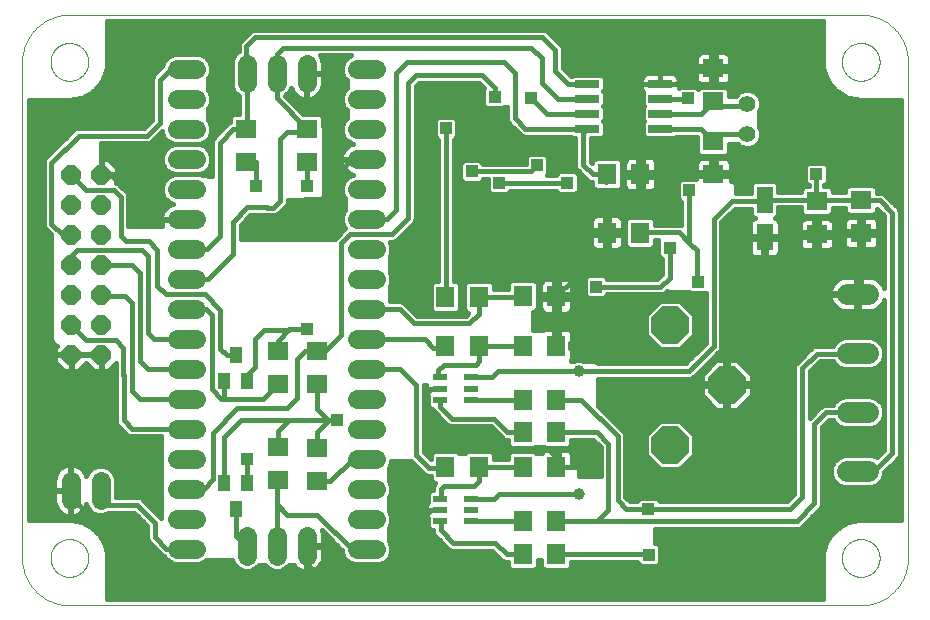
<source format=gtl>
G75*
%MOIN*%
%OFA0B0*%
%FSLAX25Y25*%
%IPPOS*%
%LPD*%
%AMOC8*
5,1,8,0,0,1.08239X$1,22.5*
%
%ADD10R,0.04803X0.02441*%
%ADD11C,0.07100*%
%ADD12R,0.03937X0.05512*%
%ADD13C,0.06400*%
%ADD14R,0.05512X0.08661*%
%ADD15R,0.06299X0.07098*%
%ADD16R,0.07098X0.06299*%
%ADD17R,0.07087X0.06299*%
%ADD18OC8,0.06400*%
%ADD19R,0.08000X0.02600*%
%ADD20R,0.06299X0.07087*%
%ADD21OC8,0.12400*%
%ADD22C,0.05600*%
%ADD23C,0.00000*%
%ADD24C,0.01600*%
%ADD25R,0.03962X0.03962*%
%ADD26C,0.03962*%
D10*
X0211432Y0078700D03*
X0211432Y0082440D03*
X0211432Y0086180D03*
X0221668Y0086180D03*
X0221668Y0082440D03*
X0221668Y0078700D03*
X0221668Y0119200D03*
X0221668Y0122940D03*
X0221668Y0126680D03*
X0211432Y0126680D03*
X0211432Y0122940D03*
X0211432Y0119200D03*
D11*
X0347030Y0115007D02*
X0354130Y0115007D01*
X0354130Y0095322D02*
X0347030Y0095322D01*
X0347030Y0134693D02*
X0354130Y0134693D01*
X0354130Y0154378D02*
X0347030Y0154378D01*
D12*
X0146970Y0125349D03*
X0139490Y0125349D03*
X0143230Y0134011D03*
X0139490Y0091481D03*
X0146970Y0091481D03*
X0143230Y0082819D03*
D13*
X0146980Y0073650D02*
X0146980Y0067250D01*
X0156980Y0067250D02*
X0156980Y0073650D01*
X0166980Y0073650D02*
X0166980Y0067250D01*
X0183780Y0069400D02*
X0190180Y0069400D01*
X0190180Y0079400D02*
X0183780Y0079400D01*
X0183780Y0089400D02*
X0190180Y0089400D01*
X0190180Y0099400D02*
X0183780Y0099400D01*
X0183780Y0109400D02*
X0190180Y0109400D01*
X0190180Y0119400D02*
X0183780Y0119400D01*
X0183780Y0129400D02*
X0190180Y0129400D01*
X0190180Y0139400D02*
X0183780Y0139400D01*
X0183780Y0149400D02*
X0190180Y0149400D01*
X0190180Y0159400D02*
X0183780Y0159400D01*
X0183780Y0169400D02*
X0190180Y0169400D01*
X0190180Y0179400D02*
X0183780Y0179400D01*
X0183780Y0189400D02*
X0190180Y0189400D01*
X0190180Y0199400D02*
X0183780Y0199400D01*
X0183780Y0209400D02*
X0190180Y0209400D01*
X0190180Y0219400D02*
X0183780Y0219400D01*
X0183780Y0229400D02*
X0190180Y0229400D01*
X0166900Y0231130D02*
X0166900Y0224730D01*
X0156900Y0224730D02*
X0156900Y0231130D01*
X0146900Y0231130D02*
X0146900Y0224730D01*
X0130180Y0229400D02*
X0123780Y0229400D01*
X0123780Y0219400D02*
X0130180Y0219400D01*
X0130180Y0209400D02*
X0123780Y0209400D01*
X0123780Y0199400D02*
X0130180Y0199400D01*
X0130180Y0189400D02*
X0123780Y0189400D01*
X0123780Y0179400D02*
X0130180Y0179400D01*
X0130180Y0169400D02*
X0123780Y0169400D01*
X0123780Y0159400D02*
X0130180Y0159400D01*
X0130180Y0149400D02*
X0123780Y0149400D01*
X0123780Y0139400D02*
X0130180Y0139400D01*
X0130180Y0129400D02*
X0123780Y0129400D01*
X0123780Y0119400D02*
X0130180Y0119400D01*
X0130180Y0109600D02*
X0123780Y0109600D01*
X0123780Y0099600D02*
X0130180Y0099600D01*
X0130180Y0089600D02*
X0123780Y0089600D01*
X0123780Y0079600D02*
X0130180Y0079600D01*
X0130180Y0069600D02*
X0123780Y0069600D01*
X0098220Y0085840D02*
X0098220Y0092240D01*
X0088220Y0092240D02*
X0088220Y0085840D01*
D14*
X0319630Y0173291D03*
X0319630Y0185889D03*
D15*
X0250148Y0153690D03*
X0238952Y0153690D03*
X0224398Y0153440D03*
X0213202Y0153440D03*
X0213202Y0137190D03*
X0224398Y0137190D03*
X0238952Y0137190D03*
X0250148Y0137190D03*
X0250148Y0119190D03*
X0238952Y0119190D03*
X0238952Y0108440D03*
X0250148Y0108440D03*
X0250148Y0096690D03*
X0238952Y0096690D03*
X0224398Y0096690D03*
X0213202Y0096690D03*
X0238952Y0078690D03*
X0250148Y0078690D03*
X0250148Y0067690D03*
X0238952Y0067690D03*
D16*
X0170230Y0092052D03*
X0157230Y0092302D03*
X0157230Y0103498D03*
X0170230Y0103248D03*
X0170230Y0124362D03*
X0157230Y0124302D03*
X0157230Y0135498D03*
X0170230Y0135558D03*
X0167150Y0198332D03*
X0167150Y0209528D03*
X0146840Y0209528D03*
X0146840Y0198332D03*
D17*
X0302480Y0194448D03*
X0302480Y0205472D03*
X0302450Y0218638D03*
X0302450Y0229662D03*
X0336980Y0185352D03*
X0351740Y0185772D03*
X0351740Y0174748D03*
X0336980Y0174328D03*
D18*
X0098430Y0174150D03*
X0088430Y0174150D03*
X0088430Y0184150D03*
X0098430Y0184150D03*
X0098430Y0194150D03*
X0088430Y0194150D03*
X0088430Y0164150D03*
X0098430Y0164150D03*
X0098430Y0154150D03*
X0088430Y0154150D03*
X0088430Y0144150D03*
X0098430Y0144150D03*
X0098430Y0134150D03*
X0088430Y0134150D03*
D19*
X0260510Y0209450D03*
X0260510Y0214450D03*
X0260510Y0219450D03*
X0260510Y0224450D03*
X0284710Y0224450D03*
X0284710Y0219450D03*
X0284710Y0214450D03*
X0284710Y0209450D03*
D20*
X0278152Y0194380D03*
X0267128Y0194380D03*
X0267038Y0174900D03*
X0278062Y0174900D03*
D21*
X0288010Y0144130D03*
X0307010Y0124130D03*
X0288010Y0104130D03*
D22*
X0313790Y0207720D03*
X0313790Y0217720D03*
D23*
X0351628Y0050700D02*
X0087848Y0050700D01*
X0081549Y0066448D02*
X0081551Y0066606D01*
X0081557Y0066764D01*
X0081567Y0066922D01*
X0081581Y0067080D01*
X0081599Y0067237D01*
X0081620Y0067394D01*
X0081646Y0067550D01*
X0081676Y0067706D01*
X0081709Y0067861D01*
X0081747Y0068014D01*
X0081788Y0068167D01*
X0081833Y0068319D01*
X0081882Y0068470D01*
X0081935Y0068619D01*
X0081991Y0068767D01*
X0082051Y0068913D01*
X0082115Y0069058D01*
X0082183Y0069201D01*
X0082254Y0069343D01*
X0082328Y0069483D01*
X0082406Y0069620D01*
X0082488Y0069756D01*
X0082572Y0069890D01*
X0082661Y0070021D01*
X0082752Y0070150D01*
X0082847Y0070277D01*
X0082944Y0070402D01*
X0083045Y0070524D01*
X0083149Y0070643D01*
X0083256Y0070760D01*
X0083366Y0070874D01*
X0083479Y0070985D01*
X0083594Y0071094D01*
X0083712Y0071199D01*
X0083833Y0071301D01*
X0083956Y0071401D01*
X0084082Y0071497D01*
X0084210Y0071590D01*
X0084340Y0071680D01*
X0084473Y0071766D01*
X0084608Y0071850D01*
X0084744Y0071929D01*
X0084883Y0072006D01*
X0085024Y0072078D01*
X0085166Y0072148D01*
X0085310Y0072213D01*
X0085456Y0072275D01*
X0085603Y0072333D01*
X0085752Y0072388D01*
X0085902Y0072439D01*
X0086053Y0072486D01*
X0086205Y0072529D01*
X0086358Y0072568D01*
X0086513Y0072604D01*
X0086668Y0072635D01*
X0086824Y0072663D01*
X0086980Y0072687D01*
X0087137Y0072707D01*
X0087295Y0072723D01*
X0087452Y0072735D01*
X0087611Y0072743D01*
X0087769Y0072747D01*
X0087927Y0072747D01*
X0088085Y0072743D01*
X0088244Y0072735D01*
X0088401Y0072723D01*
X0088559Y0072707D01*
X0088716Y0072687D01*
X0088872Y0072663D01*
X0089028Y0072635D01*
X0089183Y0072604D01*
X0089338Y0072568D01*
X0089491Y0072529D01*
X0089643Y0072486D01*
X0089794Y0072439D01*
X0089944Y0072388D01*
X0090093Y0072333D01*
X0090240Y0072275D01*
X0090386Y0072213D01*
X0090530Y0072148D01*
X0090672Y0072078D01*
X0090813Y0072006D01*
X0090952Y0071929D01*
X0091088Y0071850D01*
X0091223Y0071766D01*
X0091356Y0071680D01*
X0091486Y0071590D01*
X0091614Y0071497D01*
X0091740Y0071401D01*
X0091863Y0071301D01*
X0091984Y0071199D01*
X0092102Y0071094D01*
X0092217Y0070985D01*
X0092330Y0070874D01*
X0092440Y0070760D01*
X0092547Y0070643D01*
X0092651Y0070524D01*
X0092752Y0070402D01*
X0092849Y0070277D01*
X0092944Y0070150D01*
X0093035Y0070021D01*
X0093124Y0069890D01*
X0093208Y0069756D01*
X0093290Y0069620D01*
X0093368Y0069483D01*
X0093442Y0069343D01*
X0093513Y0069201D01*
X0093581Y0069058D01*
X0093645Y0068913D01*
X0093705Y0068767D01*
X0093761Y0068619D01*
X0093814Y0068470D01*
X0093863Y0068319D01*
X0093908Y0068167D01*
X0093949Y0068014D01*
X0093987Y0067861D01*
X0094020Y0067706D01*
X0094050Y0067550D01*
X0094076Y0067394D01*
X0094097Y0067237D01*
X0094115Y0067080D01*
X0094129Y0066922D01*
X0094139Y0066764D01*
X0094145Y0066606D01*
X0094147Y0066448D01*
X0094145Y0066290D01*
X0094139Y0066132D01*
X0094129Y0065974D01*
X0094115Y0065816D01*
X0094097Y0065659D01*
X0094076Y0065502D01*
X0094050Y0065346D01*
X0094020Y0065190D01*
X0093987Y0065035D01*
X0093949Y0064882D01*
X0093908Y0064729D01*
X0093863Y0064577D01*
X0093814Y0064426D01*
X0093761Y0064277D01*
X0093705Y0064129D01*
X0093645Y0063983D01*
X0093581Y0063838D01*
X0093513Y0063695D01*
X0093442Y0063553D01*
X0093368Y0063413D01*
X0093290Y0063276D01*
X0093208Y0063140D01*
X0093124Y0063006D01*
X0093035Y0062875D01*
X0092944Y0062746D01*
X0092849Y0062619D01*
X0092752Y0062494D01*
X0092651Y0062372D01*
X0092547Y0062253D01*
X0092440Y0062136D01*
X0092330Y0062022D01*
X0092217Y0061911D01*
X0092102Y0061802D01*
X0091984Y0061697D01*
X0091863Y0061595D01*
X0091740Y0061495D01*
X0091614Y0061399D01*
X0091486Y0061306D01*
X0091356Y0061216D01*
X0091223Y0061130D01*
X0091088Y0061046D01*
X0090952Y0060967D01*
X0090813Y0060890D01*
X0090672Y0060818D01*
X0090530Y0060748D01*
X0090386Y0060683D01*
X0090240Y0060621D01*
X0090093Y0060563D01*
X0089944Y0060508D01*
X0089794Y0060457D01*
X0089643Y0060410D01*
X0089491Y0060367D01*
X0089338Y0060328D01*
X0089183Y0060292D01*
X0089028Y0060261D01*
X0088872Y0060233D01*
X0088716Y0060209D01*
X0088559Y0060189D01*
X0088401Y0060173D01*
X0088244Y0060161D01*
X0088085Y0060153D01*
X0087927Y0060149D01*
X0087769Y0060149D01*
X0087611Y0060153D01*
X0087452Y0060161D01*
X0087295Y0060173D01*
X0087137Y0060189D01*
X0086980Y0060209D01*
X0086824Y0060233D01*
X0086668Y0060261D01*
X0086513Y0060292D01*
X0086358Y0060328D01*
X0086205Y0060367D01*
X0086053Y0060410D01*
X0085902Y0060457D01*
X0085752Y0060508D01*
X0085603Y0060563D01*
X0085456Y0060621D01*
X0085310Y0060683D01*
X0085166Y0060748D01*
X0085024Y0060818D01*
X0084883Y0060890D01*
X0084744Y0060967D01*
X0084608Y0061046D01*
X0084473Y0061130D01*
X0084340Y0061216D01*
X0084210Y0061306D01*
X0084082Y0061399D01*
X0083956Y0061495D01*
X0083833Y0061595D01*
X0083712Y0061697D01*
X0083594Y0061802D01*
X0083479Y0061911D01*
X0083366Y0062022D01*
X0083256Y0062136D01*
X0083149Y0062253D01*
X0083045Y0062372D01*
X0082944Y0062494D01*
X0082847Y0062619D01*
X0082752Y0062746D01*
X0082661Y0062875D01*
X0082572Y0063006D01*
X0082488Y0063140D01*
X0082406Y0063276D01*
X0082328Y0063413D01*
X0082254Y0063553D01*
X0082183Y0063695D01*
X0082115Y0063838D01*
X0082051Y0063983D01*
X0081991Y0064129D01*
X0081935Y0064277D01*
X0081882Y0064426D01*
X0081833Y0064577D01*
X0081788Y0064729D01*
X0081747Y0064882D01*
X0081709Y0065035D01*
X0081676Y0065190D01*
X0081646Y0065346D01*
X0081620Y0065502D01*
X0081599Y0065659D01*
X0081581Y0065816D01*
X0081567Y0065974D01*
X0081557Y0066132D01*
X0081551Y0066290D01*
X0081549Y0066448D01*
X0072100Y0066448D02*
X0072105Y0066067D01*
X0072118Y0065687D01*
X0072141Y0065307D01*
X0072174Y0064928D01*
X0072215Y0064550D01*
X0072265Y0064173D01*
X0072325Y0063797D01*
X0072393Y0063422D01*
X0072471Y0063050D01*
X0072558Y0062679D01*
X0072653Y0062311D01*
X0072758Y0061945D01*
X0072871Y0061582D01*
X0072993Y0061221D01*
X0073123Y0060864D01*
X0073263Y0060510D01*
X0073410Y0060159D01*
X0073567Y0059812D01*
X0073731Y0059469D01*
X0073904Y0059130D01*
X0074085Y0058795D01*
X0074274Y0058464D01*
X0074471Y0058139D01*
X0074675Y0057818D01*
X0074888Y0057502D01*
X0075108Y0057192D01*
X0075335Y0056886D01*
X0075570Y0056587D01*
X0075812Y0056293D01*
X0076060Y0056005D01*
X0076316Y0055723D01*
X0076579Y0055448D01*
X0076848Y0055179D01*
X0077123Y0054916D01*
X0077405Y0054660D01*
X0077693Y0054412D01*
X0077987Y0054170D01*
X0078286Y0053935D01*
X0078592Y0053708D01*
X0078902Y0053488D01*
X0079218Y0053275D01*
X0079539Y0053071D01*
X0079864Y0052874D01*
X0080195Y0052685D01*
X0080530Y0052504D01*
X0080869Y0052331D01*
X0081212Y0052167D01*
X0081559Y0052010D01*
X0081910Y0051863D01*
X0082264Y0051723D01*
X0082621Y0051593D01*
X0082982Y0051471D01*
X0083345Y0051358D01*
X0083711Y0051253D01*
X0084079Y0051158D01*
X0084450Y0051071D01*
X0084822Y0050993D01*
X0085197Y0050925D01*
X0085573Y0050865D01*
X0085950Y0050815D01*
X0086328Y0050774D01*
X0086707Y0050741D01*
X0087087Y0050718D01*
X0087467Y0050705D01*
X0087848Y0050700D01*
X0072100Y0066448D02*
X0072100Y0231802D01*
X0081549Y0231802D02*
X0081551Y0231960D01*
X0081557Y0232118D01*
X0081567Y0232276D01*
X0081581Y0232434D01*
X0081599Y0232591D01*
X0081620Y0232748D01*
X0081646Y0232904D01*
X0081676Y0233060D01*
X0081709Y0233215D01*
X0081747Y0233368D01*
X0081788Y0233521D01*
X0081833Y0233673D01*
X0081882Y0233824D01*
X0081935Y0233973D01*
X0081991Y0234121D01*
X0082051Y0234267D01*
X0082115Y0234412D01*
X0082183Y0234555D01*
X0082254Y0234697D01*
X0082328Y0234837D01*
X0082406Y0234974D01*
X0082488Y0235110D01*
X0082572Y0235244D01*
X0082661Y0235375D01*
X0082752Y0235504D01*
X0082847Y0235631D01*
X0082944Y0235756D01*
X0083045Y0235878D01*
X0083149Y0235997D01*
X0083256Y0236114D01*
X0083366Y0236228D01*
X0083479Y0236339D01*
X0083594Y0236448D01*
X0083712Y0236553D01*
X0083833Y0236655D01*
X0083956Y0236755D01*
X0084082Y0236851D01*
X0084210Y0236944D01*
X0084340Y0237034D01*
X0084473Y0237120D01*
X0084608Y0237204D01*
X0084744Y0237283D01*
X0084883Y0237360D01*
X0085024Y0237432D01*
X0085166Y0237502D01*
X0085310Y0237567D01*
X0085456Y0237629D01*
X0085603Y0237687D01*
X0085752Y0237742D01*
X0085902Y0237793D01*
X0086053Y0237840D01*
X0086205Y0237883D01*
X0086358Y0237922D01*
X0086513Y0237958D01*
X0086668Y0237989D01*
X0086824Y0238017D01*
X0086980Y0238041D01*
X0087137Y0238061D01*
X0087295Y0238077D01*
X0087452Y0238089D01*
X0087611Y0238097D01*
X0087769Y0238101D01*
X0087927Y0238101D01*
X0088085Y0238097D01*
X0088244Y0238089D01*
X0088401Y0238077D01*
X0088559Y0238061D01*
X0088716Y0238041D01*
X0088872Y0238017D01*
X0089028Y0237989D01*
X0089183Y0237958D01*
X0089338Y0237922D01*
X0089491Y0237883D01*
X0089643Y0237840D01*
X0089794Y0237793D01*
X0089944Y0237742D01*
X0090093Y0237687D01*
X0090240Y0237629D01*
X0090386Y0237567D01*
X0090530Y0237502D01*
X0090672Y0237432D01*
X0090813Y0237360D01*
X0090952Y0237283D01*
X0091088Y0237204D01*
X0091223Y0237120D01*
X0091356Y0237034D01*
X0091486Y0236944D01*
X0091614Y0236851D01*
X0091740Y0236755D01*
X0091863Y0236655D01*
X0091984Y0236553D01*
X0092102Y0236448D01*
X0092217Y0236339D01*
X0092330Y0236228D01*
X0092440Y0236114D01*
X0092547Y0235997D01*
X0092651Y0235878D01*
X0092752Y0235756D01*
X0092849Y0235631D01*
X0092944Y0235504D01*
X0093035Y0235375D01*
X0093124Y0235244D01*
X0093208Y0235110D01*
X0093290Y0234974D01*
X0093368Y0234837D01*
X0093442Y0234697D01*
X0093513Y0234555D01*
X0093581Y0234412D01*
X0093645Y0234267D01*
X0093705Y0234121D01*
X0093761Y0233973D01*
X0093814Y0233824D01*
X0093863Y0233673D01*
X0093908Y0233521D01*
X0093949Y0233368D01*
X0093987Y0233215D01*
X0094020Y0233060D01*
X0094050Y0232904D01*
X0094076Y0232748D01*
X0094097Y0232591D01*
X0094115Y0232434D01*
X0094129Y0232276D01*
X0094139Y0232118D01*
X0094145Y0231960D01*
X0094147Y0231802D01*
X0094145Y0231644D01*
X0094139Y0231486D01*
X0094129Y0231328D01*
X0094115Y0231170D01*
X0094097Y0231013D01*
X0094076Y0230856D01*
X0094050Y0230700D01*
X0094020Y0230544D01*
X0093987Y0230389D01*
X0093949Y0230236D01*
X0093908Y0230083D01*
X0093863Y0229931D01*
X0093814Y0229780D01*
X0093761Y0229631D01*
X0093705Y0229483D01*
X0093645Y0229337D01*
X0093581Y0229192D01*
X0093513Y0229049D01*
X0093442Y0228907D01*
X0093368Y0228767D01*
X0093290Y0228630D01*
X0093208Y0228494D01*
X0093124Y0228360D01*
X0093035Y0228229D01*
X0092944Y0228100D01*
X0092849Y0227973D01*
X0092752Y0227848D01*
X0092651Y0227726D01*
X0092547Y0227607D01*
X0092440Y0227490D01*
X0092330Y0227376D01*
X0092217Y0227265D01*
X0092102Y0227156D01*
X0091984Y0227051D01*
X0091863Y0226949D01*
X0091740Y0226849D01*
X0091614Y0226753D01*
X0091486Y0226660D01*
X0091356Y0226570D01*
X0091223Y0226484D01*
X0091088Y0226400D01*
X0090952Y0226321D01*
X0090813Y0226244D01*
X0090672Y0226172D01*
X0090530Y0226102D01*
X0090386Y0226037D01*
X0090240Y0225975D01*
X0090093Y0225917D01*
X0089944Y0225862D01*
X0089794Y0225811D01*
X0089643Y0225764D01*
X0089491Y0225721D01*
X0089338Y0225682D01*
X0089183Y0225646D01*
X0089028Y0225615D01*
X0088872Y0225587D01*
X0088716Y0225563D01*
X0088559Y0225543D01*
X0088401Y0225527D01*
X0088244Y0225515D01*
X0088085Y0225507D01*
X0087927Y0225503D01*
X0087769Y0225503D01*
X0087611Y0225507D01*
X0087452Y0225515D01*
X0087295Y0225527D01*
X0087137Y0225543D01*
X0086980Y0225563D01*
X0086824Y0225587D01*
X0086668Y0225615D01*
X0086513Y0225646D01*
X0086358Y0225682D01*
X0086205Y0225721D01*
X0086053Y0225764D01*
X0085902Y0225811D01*
X0085752Y0225862D01*
X0085603Y0225917D01*
X0085456Y0225975D01*
X0085310Y0226037D01*
X0085166Y0226102D01*
X0085024Y0226172D01*
X0084883Y0226244D01*
X0084744Y0226321D01*
X0084608Y0226400D01*
X0084473Y0226484D01*
X0084340Y0226570D01*
X0084210Y0226660D01*
X0084082Y0226753D01*
X0083956Y0226849D01*
X0083833Y0226949D01*
X0083712Y0227051D01*
X0083594Y0227156D01*
X0083479Y0227265D01*
X0083366Y0227376D01*
X0083256Y0227490D01*
X0083149Y0227607D01*
X0083045Y0227726D01*
X0082944Y0227848D01*
X0082847Y0227973D01*
X0082752Y0228100D01*
X0082661Y0228229D01*
X0082572Y0228360D01*
X0082488Y0228494D01*
X0082406Y0228630D01*
X0082328Y0228767D01*
X0082254Y0228907D01*
X0082183Y0229049D01*
X0082115Y0229192D01*
X0082051Y0229337D01*
X0081991Y0229483D01*
X0081935Y0229631D01*
X0081882Y0229780D01*
X0081833Y0229931D01*
X0081788Y0230083D01*
X0081747Y0230236D01*
X0081709Y0230389D01*
X0081676Y0230544D01*
X0081646Y0230700D01*
X0081620Y0230856D01*
X0081599Y0231013D01*
X0081581Y0231170D01*
X0081567Y0231328D01*
X0081557Y0231486D01*
X0081551Y0231644D01*
X0081549Y0231802D01*
X0072100Y0231802D02*
X0072105Y0232183D01*
X0072118Y0232563D01*
X0072141Y0232943D01*
X0072174Y0233322D01*
X0072215Y0233700D01*
X0072265Y0234077D01*
X0072325Y0234453D01*
X0072393Y0234828D01*
X0072471Y0235200D01*
X0072558Y0235571D01*
X0072653Y0235939D01*
X0072758Y0236305D01*
X0072871Y0236668D01*
X0072993Y0237029D01*
X0073123Y0237386D01*
X0073263Y0237740D01*
X0073410Y0238091D01*
X0073567Y0238438D01*
X0073731Y0238781D01*
X0073904Y0239120D01*
X0074085Y0239455D01*
X0074274Y0239786D01*
X0074471Y0240111D01*
X0074675Y0240432D01*
X0074888Y0240748D01*
X0075108Y0241058D01*
X0075335Y0241364D01*
X0075570Y0241663D01*
X0075812Y0241957D01*
X0076060Y0242245D01*
X0076316Y0242527D01*
X0076579Y0242802D01*
X0076848Y0243071D01*
X0077123Y0243334D01*
X0077405Y0243590D01*
X0077693Y0243838D01*
X0077987Y0244080D01*
X0078286Y0244315D01*
X0078592Y0244542D01*
X0078902Y0244762D01*
X0079218Y0244975D01*
X0079539Y0245179D01*
X0079864Y0245376D01*
X0080195Y0245565D01*
X0080530Y0245746D01*
X0080869Y0245919D01*
X0081212Y0246083D01*
X0081559Y0246240D01*
X0081910Y0246387D01*
X0082264Y0246527D01*
X0082621Y0246657D01*
X0082982Y0246779D01*
X0083345Y0246892D01*
X0083711Y0246997D01*
X0084079Y0247092D01*
X0084450Y0247179D01*
X0084822Y0247257D01*
X0085197Y0247325D01*
X0085573Y0247385D01*
X0085950Y0247435D01*
X0086328Y0247476D01*
X0086707Y0247509D01*
X0087087Y0247532D01*
X0087467Y0247545D01*
X0087848Y0247550D01*
X0351628Y0247550D01*
X0345329Y0231802D02*
X0345331Y0231960D01*
X0345337Y0232118D01*
X0345347Y0232276D01*
X0345361Y0232434D01*
X0345379Y0232591D01*
X0345400Y0232748D01*
X0345426Y0232904D01*
X0345456Y0233060D01*
X0345489Y0233215D01*
X0345527Y0233368D01*
X0345568Y0233521D01*
X0345613Y0233673D01*
X0345662Y0233824D01*
X0345715Y0233973D01*
X0345771Y0234121D01*
X0345831Y0234267D01*
X0345895Y0234412D01*
X0345963Y0234555D01*
X0346034Y0234697D01*
X0346108Y0234837D01*
X0346186Y0234974D01*
X0346268Y0235110D01*
X0346352Y0235244D01*
X0346441Y0235375D01*
X0346532Y0235504D01*
X0346627Y0235631D01*
X0346724Y0235756D01*
X0346825Y0235878D01*
X0346929Y0235997D01*
X0347036Y0236114D01*
X0347146Y0236228D01*
X0347259Y0236339D01*
X0347374Y0236448D01*
X0347492Y0236553D01*
X0347613Y0236655D01*
X0347736Y0236755D01*
X0347862Y0236851D01*
X0347990Y0236944D01*
X0348120Y0237034D01*
X0348253Y0237120D01*
X0348388Y0237204D01*
X0348524Y0237283D01*
X0348663Y0237360D01*
X0348804Y0237432D01*
X0348946Y0237502D01*
X0349090Y0237567D01*
X0349236Y0237629D01*
X0349383Y0237687D01*
X0349532Y0237742D01*
X0349682Y0237793D01*
X0349833Y0237840D01*
X0349985Y0237883D01*
X0350138Y0237922D01*
X0350293Y0237958D01*
X0350448Y0237989D01*
X0350604Y0238017D01*
X0350760Y0238041D01*
X0350917Y0238061D01*
X0351075Y0238077D01*
X0351232Y0238089D01*
X0351391Y0238097D01*
X0351549Y0238101D01*
X0351707Y0238101D01*
X0351865Y0238097D01*
X0352024Y0238089D01*
X0352181Y0238077D01*
X0352339Y0238061D01*
X0352496Y0238041D01*
X0352652Y0238017D01*
X0352808Y0237989D01*
X0352963Y0237958D01*
X0353118Y0237922D01*
X0353271Y0237883D01*
X0353423Y0237840D01*
X0353574Y0237793D01*
X0353724Y0237742D01*
X0353873Y0237687D01*
X0354020Y0237629D01*
X0354166Y0237567D01*
X0354310Y0237502D01*
X0354452Y0237432D01*
X0354593Y0237360D01*
X0354732Y0237283D01*
X0354868Y0237204D01*
X0355003Y0237120D01*
X0355136Y0237034D01*
X0355266Y0236944D01*
X0355394Y0236851D01*
X0355520Y0236755D01*
X0355643Y0236655D01*
X0355764Y0236553D01*
X0355882Y0236448D01*
X0355997Y0236339D01*
X0356110Y0236228D01*
X0356220Y0236114D01*
X0356327Y0235997D01*
X0356431Y0235878D01*
X0356532Y0235756D01*
X0356629Y0235631D01*
X0356724Y0235504D01*
X0356815Y0235375D01*
X0356904Y0235244D01*
X0356988Y0235110D01*
X0357070Y0234974D01*
X0357148Y0234837D01*
X0357222Y0234697D01*
X0357293Y0234555D01*
X0357361Y0234412D01*
X0357425Y0234267D01*
X0357485Y0234121D01*
X0357541Y0233973D01*
X0357594Y0233824D01*
X0357643Y0233673D01*
X0357688Y0233521D01*
X0357729Y0233368D01*
X0357767Y0233215D01*
X0357800Y0233060D01*
X0357830Y0232904D01*
X0357856Y0232748D01*
X0357877Y0232591D01*
X0357895Y0232434D01*
X0357909Y0232276D01*
X0357919Y0232118D01*
X0357925Y0231960D01*
X0357927Y0231802D01*
X0357925Y0231644D01*
X0357919Y0231486D01*
X0357909Y0231328D01*
X0357895Y0231170D01*
X0357877Y0231013D01*
X0357856Y0230856D01*
X0357830Y0230700D01*
X0357800Y0230544D01*
X0357767Y0230389D01*
X0357729Y0230236D01*
X0357688Y0230083D01*
X0357643Y0229931D01*
X0357594Y0229780D01*
X0357541Y0229631D01*
X0357485Y0229483D01*
X0357425Y0229337D01*
X0357361Y0229192D01*
X0357293Y0229049D01*
X0357222Y0228907D01*
X0357148Y0228767D01*
X0357070Y0228630D01*
X0356988Y0228494D01*
X0356904Y0228360D01*
X0356815Y0228229D01*
X0356724Y0228100D01*
X0356629Y0227973D01*
X0356532Y0227848D01*
X0356431Y0227726D01*
X0356327Y0227607D01*
X0356220Y0227490D01*
X0356110Y0227376D01*
X0355997Y0227265D01*
X0355882Y0227156D01*
X0355764Y0227051D01*
X0355643Y0226949D01*
X0355520Y0226849D01*
X0355394Y0226753D01*
X0355266Y0226660D01*
X0355136Y0226570D01*
X0355003Y0226484D01*
X0354868Y0226400D01*
X0354732Y0226321D01*
X0354593Y0226244D01*
X0354452Y0226172D01*
X0354310Y0226102D01*
X0354166Y0226037D01*
X0354020Y0225975D01*
X0353873Y0225917D01*
X0353724Y0225862D01*
X0353574Y0225811D01*
X0353423Y0225764D01*
X0353271Y0225721D01*
X0353118Y0225682D01*
X0352963Y0225646D01*
X0352808Y0225615D01*
X0352652Y0225587D01*
X0352496Y0225563D01*
X0352339Y0225543D01*
X0352181Y0225527D01*
X0352024Y0225515D01*
X0351865Y0225507D01*
X0351707Y0225503D01*
X0351549Y0225503D01*
X0351391Y0225507D01*
X0351232Y0225515D01*
X0351075Y0225527D01*
X0350917Y0225543D01*
X0350760Y0225563D01*
X0350604Y0225587D01*
X0350448Y0225615D01*
X0350293Y0225646D01*
X0350138Y0225682D01*
X0349985Y0225721D01*
X0349833Y0225764D01*
X0349682Y0225811D01*
X0349532Y0225862D01*
X0349383Y0225917D01*
X0349236Y0225975D01*
X0349090Y0226037D01*
X0348946Y0226102D01*
X0348804Y0226172D01*
X0348663Y0226244D01*
X0348524Y0226321D01*
X0348388Y0226400D01*
X0348253Y0226484D01*
X0348120Y0226570D01*
X0347990Y0226660D01*
X0347862Y0226753D01*
X0347736Y0226849D01*
X0347613Y0226949D01*
X0347492Y0227051D01*
X0347374Y0227156D01*
X0347259Y0227265D01*
X0347146Y0227376D01*
X0347036Y0227490D01*
X0346929Y0227607D01*
X0346825Y0227726D01*
X0346724Y0227848D01*
X0346627Y0227973D01*
X0346532Y0228100D01*
X0346441Y0228229D01*
X0346352Y0228360D01*
X0346268Y0228494D01*
X0346186Y0228630D01*
X0346108Y0228767D01*
X0346034Y0228907D01*
X0345963Y0229049D01*
X0345895Y0229192D01*
X0345831Y0229337D01*
X0345771Y0229483D01*
X0345715Y0229631D01*
X0345662Y0229780D01*
X0345613Y0229931D01*
X0345568Y0230083D01*
X0345527Y0230236D01*
X0345489Y0230389D01*
X0345456Y0230544D01*
X0345426Y0230700D01*
X0345400Y0230856D01*
X0345379Y0231013D01*
X0345361Y0231170D01*
X0345347Y0231328D01*
X0345337Y0231486D01*
X0345331Y0231644D01*
X0345329Y0231802D01*
X0351628Y0247550D02*
X0352009Y0247545D01*
X0352389Y0247532D01*
X0352769Y0247509D01*
X0353148Y0247476D01*
X0353526Y0247435D01*
X0353903Y0247385D01*
X0354279Y0247325D01*
X0354654Y0247257D01*
X0355026Y0247179D01*
X0355397Y0247092D01*
X0355765Y0246997D01*
X0356131Y0246892D01*
X0356494Y0246779D01*
X0356855Y0246657D01*
X0357212Y0246527D01*
X0357566Y0246387D01*
X0357917Y0246240D01*
X0358264Y0246083D01*
X0358607Y0245919D01*
X0358946Y0245746D01*
X0359281Y0245565D01*
X0359612Y0245376D01*
X0359937Y0245179D01*
X0360258Y0244975D01*
X0360574Y0244762D01*
X0360884Y0244542D01*
X0361190Y0244315D01*
X0361489Y0244080D01*
X0361783Y0243838D01*
X0362071Y0243590D01*
X0362353Y0243334D01*
X0362628Y0243071D01*
X0362897Y0242802D01*
X0363160Y0242527D01*
X0363416Y0242245D01*
X0363664Y0241957D01*
X0363906Y0241663D01*
X0364141Y0241364D01*
X0364368Y0241058D01*
X0364588Y0240748D01*
X0364801Y0240432D01*
X0365005Y0240111D01*
X0365202Y0239786D01*
X0365391Y0239455D01*
X0365572Y0239120D01*
X0365745Y0238781D01*
X0365909Y0238438D01*
X0366066Y0238091D01*
X0366213Y0237740D01*
X0366353Y0237386D01*
X0366483Y0237029D01*
X0366605Y0236668D01*
X0366718Y0236305D01*
X0366823Y0235939D01*
X0366918Y0235571D01*
X0367005Y0235200D01*
X0367083Y0234828D01*
X0367151Y0234453D01*
X0367211Y0234077D01*
X0367261Y0233700D01*
X0367302Y0233322D01*
X0367335Y0232943D01*
X0367358Y0232563D01*
X0367371Y0232183D01*
X0367376Y0231802D01*
X0367376Y0066448D01*
X0345329Y0066448D02*
X0345331Y0066606D01*
X0345337Y0066764D01*
X0345347Y0066922D01*
X0345361Y0067080D01*
X0345379Y0067237D01*
X0345400Y0067394D01*
X0345426Y0067550D01*
X0345456Y0067706D01*
X0345489Y0067861D01*
X0345527Y0068014D01*
X0345568Y0068167D01*
X0345613Y0068319D01*
X0345662Y0068470D01*
X0345715Y0068619D01*
X0345771Y0068767D01*
X0345831Y0068913D01*
X0345895Y0069058D01*
X0345963Y0069201D01*
X0346034Y0069343D01*
X0346108Y0069483D01*
X0346186Y0069620D01*
X0346268Y0069756D01*
X0346352Y0069890D01*
X0346441Y0070021D01*
X0346532Y0070150D01*
X0346627Y0070277D01*
X0346724Y0070402D01*
X0346825Y0070524D01*
X0346929Y0070643D01*
X0347036Y0070760D01*
X0347146Y0070874D01*
X0347259Y0070985D01*
X0347374Y0071094D01*
X0347492Y0071199D01*
X0347613Y0071301D01*
X0347736Y0071401D01*
X0347862Y0071497D01*
X0347990Y0071590D01*
X0348120Y0071680D01*
X0348253Y0071766D01*
X0348388Y0071850D01*
X0348524Y0071929D01*
X0348663Y0072006D01*
X0348804Y0072078D01*
X0348946Y0072148D01*
X0349090Y0072213D01*
X0349236Y0072275D01*
X0349383Y0072333D01*
X0349532Y0072388D01*
X0349682Y0072439D01*
X0349833Y0072486D01*
X0349985Y0072529D01*
X0350138Y0072568D01*
X0350293Y0072604D01*
X0350448Y0072635D01*
X0350604Y0072663D01*
X0350760Y0072687D01*
X0350917Y0072707D01*
X0351075Y0072723D01*
X0351232Y0072735D01*
X0351391Y0072743D01*
X0351549Y0072747D01*
X0351707Y0072747D01*
X0351865Y0072743D01*
X0352024Y0072735D01*
X0352181Y0072723D01*
X0352339Y0072707D01*
X0352496Y0072687D01*
X0352652Y0072663D01*
X0352808Y0072635D01*
X0352963Y0072604D01*
X0353118Y0072568D01*
X0353271Y0072529D01*
X0353423Y0072486D01*
X0353574Y0072439D01*
X0353724Y0072388D01*
X0353873Y0072333D01*
X0354020Y0072275D01*
X0354166Y0072213D01*
X0354310Y0072148D01*
X0354452Y0072078D01*
X0354593Y0072006D01*
X0354732Y0071929D01*
X0354868Y0071850D01*
X0355003Y0071766D01*
X0355136Y0071680D01*
X0355266Y0071590D01*
X0355394Y0071497D01*
X0355520Y0071401D01*
X0355643Y0071301D01*
X0355764Y0071199D01*
X0355882Y0071094D01*
X0355997Y0070985D01*
X0356110Y0070874D01*
X0356220Y0070760D01*
X0356327Y0070643D01*
X0356431Y0070524D01*
X0356532Y0070402D01*
X0356629Y0070277D01*
X0356724Y0070150D01*
X0356815Y0070021D01*
X0356904Y0069890D01*
X0356988Y0069756D01*
X0357070Y0069620D01*
X0357148Y0069483D01*
X0357222Y0069343D01*
X0357293Y0069201D01*
X0357361Y0069058D01*
X0357425Y0068913D01*
X0357485Y0068767D01*
X0357541Y0068619D01*
X0357594Y0068470D01*
X0357643Y0068319D01*
X0357688Y0068167D01*
X0357729Y0068014D01*
X0357767Y0067861D01*
X0357800Y0067706D01*
X0357830Y0067550D01*
X0357856Y0067394D01*
X0357877Y0067237D01*
X0357895Y0067080D01*
X0357909Y0066922D01*
X0357919Y0066764D01*
X0357925Y0066606D01*
X0357927Y0066448D01*
X0357925Y0066290D01*
X0357919Y0066132D01*
X0357909Y0065974D01*
X0357895Y0065816D01*
X0357877Y0065659D01*
X0357856Y0065502D01*
X0357830Y0065346D01*
X0357800Y0065190D01*
X0357767Y0065035D01*
X0357729Y0064882D01*
X0357688Y0064729D01*
X0357643Y0064577D01*
X0357594Y0064426D01*
X0357541Y0064277D01*
X0357485Y0064129D01*
X0357425Y0063983D01*
X0357361Y0063838D01*
X0357293Y0063695D01*
X0357222Y0063553D01*
X0357148Y0063413D01*
X0357070Y0063276D01*
X0356988Y0063140D01*
X0356904Y0063006D01*
X0356815Y0062875D01*
X0356724Y0062746D01*
X0356629Y0062619D01*
X0356532Y0062494D01*
X0356431Y0062372D01*
X0356327Y0062253D01*
X0356220Y0062136D01*
X0356110Y0062022D01*
X0355997Y0061911D01*
X0355882Y0061802D01*
X0355764Y0061697D01*
X0355643Y0061595D01*
X0355520Y0061495D01*
X0355394Y0061399D01*
X0355266Y0061306D01*
X0355136Y0061216D01*
X0355003Y0061130D01*
X0354868Y0061046D01*
X0354732Y0060967D01*
X0354593Y0060890D01*
X0354452Y0060818D01*
X0354310Y0060748D01*
X0354166Y0060683D01*
X0354020Y0060621D01*
X0353873Y0060563D01*
X0353724Y0060508D01*
X0353574Y0060457D01*
X0353423Y0060410D01*
X0353271Y0060367D01*
X0353118Y0060328D01*
X0352963Y0060292D01*
X0352808Y0060261D01*
X0352652Y0060233D01*
X0352496Y0060209D01*
X0352339Y0060189D01*
X0352181Y0060173D01*
X0352024Y0060161D01*
X0351865Y0060153D01*
X0351707Y0060149D01*
X0351549Y0060149D01*
X0351391Y0060153D01*
X0351232Y0060161D01*
X0351075Y0060173D01*
X0350917Y0060189D01*
X0350760Y0060209D01*
X0350604Y0060233D01*
X0350448Y0060261D01*
X0350293Y0060292D01*
X0350138Y0060328D01*
X0349985Y0060367D01*
X0349833Y0060410D01*
X0349682Y0060457D01*
X0349532Y0060508D01*
X0349383Y0060563D01*
X0349236Y0060621D01*
X0349090Y0060683D01*
X0348946Y0060748D01*
X0348804Y0060818D01*
X0348663Y0060890D01*
X0348524Y0060967D01*
X0348388Y0061046D01*
X0348253Y0061130D01*
X0348120Y0061216D01*
X0347990Y0061306D01*
X0347862Y0061399D01*
X0347736Y0061495D01*
X0347613Y0061595D01*
X0347492Y0061697D01*
X0347374Y0061802D01*
X0347259Y0061911D01*
X0347146Y0062022D01*
X0347036Y0062136D01*
X0346929Y0062253D01*
X0346825Y0062372D01*
X0346724Y0062494D01*
X0346627Y0062619D01*
X0346532Y0062746D01*
X0346441Y0062875D01*
X0346352Y0063006D01*
X0346268Y0063140D01*
X0346186Y0063276D01*
X0346108Y0063413D01*
X0346034Y0063553D01*
X0345963Y0063695D01*
X0345895Y0063838D01*
X0345831Y0063983D01*
X0345771Y0064129D01*
X0345715Y0064277D01*
X0345662Y0064426D01*
X0345613Y0064577D01*
X0345568Y0064729D01*
X0345527Y0064882D01*
X0345489Y0065035D01*
X0345456Y0065190D01*
X0345426Y0065346D01*
X0345400Y0065502D01*
X0345379Y0065659D01*
X0345361Y0065816D01*
X0345347Y0065974D01*
X0345337Y0066132D01*
X0345331Y0066290D01*
X0345329Y0066448D01*
X0351628Y0050700D02*
X0352009Y0050705D01*
X0352389Y0050718D01*
X0352769Y0050741D01*
X0353148Y0050774D01*
X0353526Y0050815D01*
X0353903Y0050865D01*
X0354279Y0050925D01*
X0354654Y0050993D01*
X0355026Y0051071D01*
X0355397Y0051158D01*
X0355765Y0051253D01*
X0356131Y0051358D01*
X0356494Y0051471D01*
X0356855Y0051593D01*
X0357212Y0051723D01*
X0357566Y0051863D01*
X0357917Y0052010D01*
X0358264Y0052167D01*
X0358607Y0052331D01*
X0358946Y0052504D01*
X0359281Y0052685D01*
X0359612Y0052874D01*
X0359937Y0053071D01*
X0360258Y0053275D01*
X0360574Y0053488D01*
X0360884Y0053708D01*
X0361190Y0053935D01*
X0361489Y0054170D01*
X0361783Y0054412D01*
X0362071Y0054660D01*
X0362353Y0054916D01*
X0362628Y0055179D01*
X0362897Y0055448D01*
X0363160Y0055723D01*
X0363416Y0056005D01*
X0363664Y0056293D01*
X0363906Y0056587D01*
X0364141Y0056886D01*
X0364368Y0057192D01*
X0364588Y0057502D01*
X0364801Y0057818D01*
X0365005Y0058139D01*
X0365202Y0058464D01*
X0365391Y0058795D01*
X0365572Y0059130D01*
X0365745Y0059469D01*
X0365909Y0059812D01*
X0366066Y0060159D01*
X0366213Y0060510D01*
X0366353Y0060864D01*
X0366483Y0061221D01*
X0366605Y0061582D01*
X0366718Y0061945D01*
X0366823Y0062311D01*
X0366918Y0062679D01*
X0367005Y0063050D01*
X0367083Y0063422D01*
X0367151Y0063797D01*
X0367211Y0064173D01*
X0367261Y0064550D01*
X0367302Y0064928D01*
X0367335Y0065307D01*
X0367358Y0065687D01*
X0367371Y0066067D01*
X0367376Y0066448D01*
D24*
X0365176Y0079059D02*
X0351926Y0079059D01*
X0351901Y0079081D01*
X0351599Y0079059D01*
X0351296Y0079059D01*
X0351273Y0079036D01*
X0350155Y0078956D01*
X0350100Y0078991D01*
X0349833Y0078933D01*
X0349559Y0078913D01*
X0349516Y0078864D01*
X0348390Y0078619D01*
X0348331Y0078646D01*
X0348074Y0078550D01*
X0347806Y0078492D01*
X0347771Y0078437D01*
X0346691Y0078034D01*
X0346629Y0078053D01*
X0346388Y0077921D01*
X0346131Y0077825D01*
X0346104Y0077766D01*
X0345092Y0077214D01*
X0345028Y0077223D01*
X0344808Y0077059D01*
X0344568Y0076927D01*
X0344549Y0076865D01*
X0343627Y0076174D01*
X0343562Y0076174D01*
X0343368Y0075980D01*
X0343148Y0075816D01*
X0343139Y0075752D01*
X0342324Y0074937D01*
X0342260Y0074927D01*
X0342095Y0074708D01*
X0341901Y0074514D01*
X0341901Y0074449D01*
X0341211Y0073526D01*
X0341148Y0073508D01*
X0341017Y0073267D01*
X0340852Y0073048D01*
X0340862Y0072983D01*
X0340309Y0071972D01*
X0340250Y0071945D01*
X0340154Y0071688D01*
X0340023Y0071447D01*
X0340041Y0071385D01*
X0339638Y0070305D01*
X0339584Y0070269D01*
X0339525Y0070002D01*
X0339430Y0069745D01*
X0339457Y0069685D01*
X0339212Y0068559D01*
X0339162Y0068516D01*
X0339143Y0068243D01*
X0339085Y0067975D01*
X0339120Y0067920D01*
X0339040Y0066803D01*
X0339017Y0066779D01*
X0339017Y0066477D01*
X0338995Y0066175D01*
X0339017Y0066150D01*
X0339017Y0052900D01*
X0100459Y0052900D01*
X0100459Y0066150D01*
X0100481Y0066175D01*
X0100459Y0066477D01*
X0100459Y0066779D01*
X0100436Y0066803D01*
X0100356Y0067920D01*
X0100391Y0067975D01*
X0100333Y0068243D01*
X0100313Y0068516D01*
X0100264Y0068559D01*
X0100019Y0069685D01*
X0100046Y0069745D01*
X0099950Y0070002D01*
X0099892Y0070269D01*
X0099837Y0070305D01*
X0099434Y0071385D01*
X0099453Y0071447D01*
X0099321Y0071688D01*
X0099225Y0071945D01*
X0099166Y0071972D01*
X0098614Y0072983D01*
X0098623Y0073048D01*
X0098459Y0073267D01*
X0098327Y0073508D01*
X0098265Y0073526D01*
X0097574Y0074449D01*
X0097574Y0074514D01*
X0097380Y0074708D01*
X0097216Y0074927D01*
X0097152Y0074937D01*
X0096337Y0075752D01*
X0096327Y0075816D01*
X0096108Y0075980D01*
X0095914Y0076174D01*
X0095849Y0076174D01*
X0094926Y0076865D01*
X0094908Y0076927D01*
X0094667Y0077059D01*
X0094448Y0077223D01*
X0094383Y0077214D01*
X0093372Y0077766D01*
X0093345Y0077825D01*
X0093088Y0077921D01*
X0092847Y0078053D01*
X0092785Y0078034D01*
X0091705Y0078437D01*
X0091669Y0078492D01*
X0091402Y0078550D01*
X0091145Y0078646D01*
X0091085Y0078619D01*
X0089959Y0078864D01*
X0089916Y0078913D01*
X0089643Y0078933D01*
X0089375Y0078991D01*
X0089320Y0078956D01*
X0088203Y0079036D01*
X0088179Y0079059D01*
X0087877Y0079059D01*
X0087575Y0079081D01*
X0087550Y0079059D01*
X0074300Y0079059D01*
X0074300Y0219191D01*
X0087550Y0219191D01*
X0087575Y0219170D01*
X0087877Y0219191D01*
X0088179Y0219191D01*
X0088203Y0219215D01*
X0089320Y0219295D01*
X0089375Y0219259D01*
X0089643Y0219318D01*
X0089916Y0219337D01*
X0089959Y0219386D01*
X0091085Y0219631D01*
X0091145Y0219604D01*
X0091402Y0219700D01*
X0091669Y0219758D01*
X0091705Y0219813D01*
X0092785Y0220216D01*
X0092847Y0220198D01*
X0093088Y0220329D01*
X0093345Y0220425D01*
X0093372Y0220484D01*
X0094383Y0221037D01*
X0094448Y0221027D01*
X0094667Y0221192D01*
X0094908Y0221323D01*
X0094926Y0221385D01*
X0095849Y0222076D01*
X0095914Y0222076D01*
X0096108Y0222270D01*
X0096327Y0222434D01*
X0096337Y0222499D01*
X0097152Y0223314D01*
X0097216Y0223323D01*
X0097380Y0223543D01*
X0097574Y0223736D01*
X0097574Y0223802D01*
X0098265Y0224724D01*
X0098327Y0224743D01*
X0098459Y0224983D01*
X0098623Y0225203D01*
X0098614Y0225267D01*
X0099166Y0226279D01*
X0099225Y0226306D01*
X0099321Y0226563D01*
X0099453Y0226803D01*
X0099434Y0226866D01*
X0099837Y0227946D01*
X0099892Y0227981D01*
X0099950Y0228249D01*
X0100046Y0228506D01*
X0100019Y0228565D01*
X0100264Y0229691D01*
X0100313Y0229734D01*
X0100333Y0230007D01*
X0100391Y0230275D01*
X0100356Y0230330D01*
X0100436Y0231448D01*
X0100459Y0231471D01*
X0100459Y0231774D01*
X0100481Y0232076D01*
X0100459Y0232101D01*
X0100459Y0245350D01*
X0339017Y0245350D01*
X0339017Y0232101D01*
X0338995Y0232076D01*
X0339017Y0231774D01*
X0339017Y0231471D01*
X0339040Y0231448D01*
X0339120Y0230330D01*
X0339085Y0230275D01*
X0339143Y0230007D01*
X0339162Y0229734D01*
X0339212Y0229691D01*
X0339457Y0228565D01*
X0339430Y0228506D01*
X0339525Y0228249D01*
X0339584Y0227981D01*
X0339638Y0227946D01*
X0340041Y0226866D01*
X0340023Y0226803D01*
X0340154Y0226563D01*
X0340250Y0226306D01*
X0340309Y0226279D01*
X0340862Y0225267D01*
X0340852Y0225203D01*
X0341017Y0224983D01*
X0341148Y0224743D01*
X0341211Y0224724D01*
X0341901Y0223802D01*
X0341901Y0223736D01*
X0342095Y0223543D01*
X0342260Y0223323D01*
X0342324Y0223314D01*
X0343139Y0222499D01*
X0343148Y0222434D01*
X0343368Y0222270D01*
X0343562Y0222076D01*
X0343627Y0222076D01*
X0344549Y0221385D01*
X0344568Y0221323D01*
X0344808Y0221192D01*
X0345028Y0221027D01*
X0345092Y0221037D01*
X0346104Y0220484D01*
X0346131Y0220425D01*
X0346388Y0220329D01*
X0346629Y0220198D01*
X0346691Y0220216D01*
X0347771Y0219813D01*
X0347806Y0219758D01*
X0348074Y0219700D01*
X0348331Y0219604D01*
X0348390Y0219631D01*
X0349516Y0219386D01*
X0349559Y0219337D01*
X0349833Y0219318D01*
X0350100Y0219259D01*
X0350155Y0219295D01*
X0351273Y0219215D01*
X0351296Y0219191D01*
X0351599Y0219191D01*
X0351901Y0219170D01*
X0351926Y0219191D01*
X0365176Y0219191D01*
X0365176Y0079059D01*
X0365176Y0080296D02*
X0335503Y0080296D01*
X0337101Y0081894D02*
X0365176Y0081894D01*
X0365176Y0083493D02*
X0338515Y0083493D01*
X0338384Y0083177D02*
X0338780Y0084133D01*
X0338780Y0110043D01*
X0341107Y0112370D01*
X0342332Y0112370D01*
X0342495Y0111977D01*
X0343999Y0110472D01*
X0345966Y0109657D01*
X0355194Y0109657D01*
X0357161Y0110472D01*
X0358666Y0111977D01*
X0359480Y0113943D01*
X0359480Y0116072D01*
X0358666Y0118038D01*
X0357161Y0119543D01*
X0355194Y0120357D01*
X0345966Y0120357D01*
X0343999Y0119543D01*
X0342495Y0118038D01*
X0342301Y0117570D01*
X0339513Y0117570D01*
X0338557Y0117174D01*
X0337826Y0116443D01*
X0334640Y0113257D01*
X0334640Y0128633D01*
X0337967Y0131960D01*
X0342371Y0131960D01*
X0342495Y0131662D01*
X0343999Y0130157D01*
X0345966Y0129343D01*
X0355194Y0129343D01*
X0357161Y0130157D01*
X0358666Y0131662D01*
X0359480Y0133628D01*
X0359480Y0135757D01*
X0358666Y0137723D01*
X0357161Y0139228D01*
X0355194Y0140043D01*
X0345966Y0140043D01*
X0343999Y0139228D01*
X0342495Y0137723D01*
X0342261Y0137160D01*
X0336373Y0137160D01*
X0335417Y0136764D01*
X0334686Y0136033D01*
X0330567Y0131914D01*
X0329836Y0131183D01*
X0329440Y0130227D01*
X0329440Y0087897D01*
X0326893Y0085350D01*
X0284631Y0085350D01*
X0284631Y0085477D01*
X0283577Y0086531D01*
X0278123Y0086531D01*
X0277069Y0085477D01*
X0277069Y0085350D01*
X0274607Y0085350D01*
X0273200Y0086757D01*
X0273200Y0106419D01*
X0273210Y0106443D01*
X0273210Y0107477D01*
X0272814Y0108433D01*
X0264150Y0117097D01*
X0264150Y0126090D01*
X0294757Y0126090D01*
X0295713Y0126486D01*
X0304053Y0134826D01*
X0304784Y0135557D01*
X0305180Y0136513D01*
X0305180Y0178323D01*
X0309707Y0182850D01*
X0315074Y0182850D01*
X0315074Y0180813D01*
X0316129Y0179759D01*
X0316349Y0179759D01*
X0316025Y0179672D01*
X0315523Y0179382D01*
X0315114Y0178972D01*
X0314824Y0178471D01*
X0314674Y0177911D01*
X0314674Y0173869D01*
X0319052Y0173869D01*
X0319052Y0172713D01*
X0314674Y0172713D01*
X0314674Y0168670D01*
X0314824Y0168111D01*
X0315114Y0167609D01*
X0315523Y0167200D01*
X0316025Y0166910D01*
X0316584Y0166760D01*
X0319052Y0166760D01*
X0319052Y0172713D01*
X0320208Y0172713D01*
X0320208Y0173869D01*
X0324586Y0173869D01*
X0324586Y0177911D01*
X0324436Y0178471D01*
X0324146Y0178972D01*
X0323737Y0179382D01*
X0323235Y0179672D01*
X0322911Y0179759D01*
X0323131Y0179759D01*
X0324186Y0180813D01*
X0324186Y0183289D01*
X0331637Y0183289D01*
X0331637Y0181457D01*
X0332691Y0180402D01*
X0341269Y0180402D01*
X0342323Y0181457D01*
X0342323Y0183172D01*
X0346397Y0183172D01*
X0346397Y0181877D01*
X0347451Y0180822D01*
X0356029Y0180822D01*
X0357083Y0181877D01*
X0357083Y0182850D01*
X0359520Y0180413D01*
X0359520Y0156396D01*
X0359459Y0156585D01*
X0359048Y0157391D01*
X0358516Y0158123D01*
X0357876Y0158763D01*
X0357144Y0159295D01*
X0356337Y0159706D01*
X0355476Y0159986D01*
X0354583Y0160128D01*
X0350955Y0160128D01*
X0350955Y0154753D01*
X0350205Y0154753D01*
X0350205Y0160128D01*
X0346577Y0160128D01*
X0345684Y0159986D01*
X0344823Y0159706D01*
X0344016Y0159295D01*
X0343284Y0158763D01*
X0342644Y0158123D01*
X0342112Y0157391D01*
X0341701Y0156585D01*
X0341422Y0155724D01*
X0341280Y0154830D01*
X0341280Y0154753D01*
X0350205Y0154753D01*
X0350205Y0154003D01*
X0341280Y0154003D01*
X0341280Y0153925D01*
X0341422Y0153031D01*
X0341701Y0152170D01*
X0342112Y0151364D01*
X0342644Y0150632D01*
X0343284Y0149992D01*
X0344016Y0149460D01*
X0344823Y0149049D01*
X0345684Y0148769D01*
X0346577Y0148628D01*
X0350205Y0148628D01*
X0350205Y0154002D01*
X0350955Y0154002D01*
X0350955Y0148628D01*
X0354583Y0148628D01*
X0355476Y0148769D01*
X0356337Y0149049D01*
X0357144Y0149460D01*
X0357876Y0149992D01*
X0358516Y0150632D01*
X0359048Y0151364D01*
X0359459Y0152170D01*
X0359520Y0152359D01*
X0359520Y0102507D01*
X0356956Y0099943D01*
X0355194Y0100672D01*
X0345966Y0100672D01*
X0343999Y0099858D01*
X0342495Y0098353D01*
X0341680Y0096387D01*
X0341680Y0094258D01*
X0342495Y0092292D01*
X0343999Y0090787D01*
X0345966Y0089972D01*
X0355194Y0089972D01*
X0357161Y0090787D01*
X0358666Y0092292D01*
X0359480Y0094258D01*
X0359480Y0095113D01*
X0363593Y0099226D01*
X0364324Y0099957D01*
X0364324Y0099957D01*
X0364344Y0099977D01*
X0364740Y0100933D01*
X0364740Y0101967D01*
X0364720Y0102015D01*
X0364720Y0182007D01*
X0364324Y0182963D01*
X0360204Y0187083D01*
X0359473Y0187814D01*
X0358517Y0188210D01*
X0357083Y0188210D01*
X0357083Y0189667D01*
X0356029Y0190721D01*
X0347451Y0190721D01*
X0346397Y0189667D01*
X0346397Y0188372D01*
X0342323Y0188372D01*
X0342323Y0189247D01*
X0341269Y0190301D01*
X0339440Y0190301D01*
X0339440Y0190659D01*
X0339567Y0190659D01*
X0340621Y0191713D01*
X0340621Y0197167D01*
X0339567Y0198221D01*
X0334113Y0198221D01*
X0333059Y0197167D01*
X0333059Y0191713D01*
X0334113Y0190659D01*
X0334240Y0190659D01*
X0334240Y0190301D01*
X0332691Y0190301D01*
X0331637Y0189247D01*
X0331637Y0188489D01*
X0324186Y0188489D01*
X0324186Y0190966D01*
X0323131Y0192020D01*
X0316129Y0192020D01*
X0315074Y0190966D01*
X0315074Y0188050D01*
X0309950Y0188050D01*
X0309950Y0191063D01*
X0309013Y0192000D01*
X0308223Y0192000D01*
X0308223Y0193673D01*
X0303255Y0193673D01*
X0303255Y0195223D01*
X0308223Y0195223D01*
X0308223Y0197887D01*
X0308073Y0198447D01*
X0307784Y0198949D01*
X0307374Y0199358D01*
X0306872Y0199648D01*
X0306313Y0199798D01*
X0303255Y0199798D01*
X0303255Y0195223D01*
X0301705Y0195223D01*
X0301705Y0193673D01*
X0296737Y0193673D01*
X0296737Y0192811D01*
X0291633Y0192811D01*
X0290579Y0191757D01*
X0290579Y0186303D01*
X0291633Y0185249D01*
X0291760Y0185249D01*
X0291760Y0177467D01*
X0291487Y0177580D01*
X0283011Y0177580D01*
X0283011Y0179189D01*
X0281957Y0180243D01*
X0274167Y0180243D01*
X0273112Y0179189D01*
X0273112Y0170611D01*
X0274167Y0169557D01*
X0281957Y0169557D01*
X0283011Y0170611D01*
X0283011Y0172380D01*
X0284119Y0172380D01*
X0284119Y0167153D01*
X0285173Y0166099D01*
X0285300Y0166099D01*
X0285300Y0161017D01*
X0283803Y0159520D01*
X0267141Y0159520D01*
X0267141Y0159647D01*
X0266087Y0160701D01*
X0260633Y0160701D01*
X0259579Y0159647D01*
X0259579Y0154193D01*
X0260633Y0153139D01*
X0266087Y0153139D01*
X0267141Y0154193D01*
X0267141Y0154320D01*
X0285397Y0154320D01*
X0286353Y0154716D01*
X0286937Y0155300D01*
X0287187Y0155050D01*
X0294282Y0155050D01*
X0294683Y0154649D01*
X0299980Y0154649D01*
X0299980Y0138107D01*
X0293163Y0131290D01*
X0264123Y0131290D01*
X0263213Y0132200D01*
X0258957Y0132200D01*
X0258302Y0132471D01*
X0256798Y0132471D01*
X0256143Y0132200D01*
X0254968Y0132200D01*
X0255058Y0132290D01*
X0255348Y0132792D01*
X0255498Y0133351D01*
X0255498Y0136415D01*
X0254700Y0136415D01*
X0254700Y0137965D01*
X0255498Y0137965D01*
X0255498Y0141029D01*
X0255348Y0141588D01*
X0255058Y0142090D01*
X0254649Y0142500D01*
X0254147Y0142789D01*
X0253588Y0142939D01*
X0250923Y0142939D01*
X0250923Y0139000D01*
X0249374Y0139000D01*
X0249374Y0142939D01*
X0246709Y0142939D01*
X0246150Y0142789D01*
X0245735Y0142550D01*
X0242250Y0142550D01*
X0242250Y0148341D01*
X0242847Y0148341D01*
X0243901Y0149395D01*
X0243901Y0157985D01*
X0242847Y0159039D01*
X0235056Y0159039D01*
X0234002Y0157985D01*
X0234002Y0156040D01*
X0229348Y0156040D01*
X0229348Y0157735D01*
X0228294Y0158789D01*
X0220503Y0158789D01*
X0219449Y0157735D01*
X0219449Y0149145D01*
X0220503Y0148091D01*
X0220774Y0148091D01*
X0219943Y0147260D01*
X0203807Y0147260D01*
X0199463Y0151604D01*
X0198507Y0152000D01*
X0194550Y0152000D01*
X0194550Y0156884D01*
X0195180Y0158405D01*
X0195180Y0160395D01*
X0194550Y0161915D01*
X0194550Y0166884D01*
X0195180Y0168405D01*
X0195180Y0170395D01*
X0194598Y0171800D01*
X0195286Y0171800D01*
X0195790Y0171795D01*
X0195803Y0171800D01*
X0195817Y0171800D01*
X0196282Y0171993D01*
X0196750Y0172181D01*
X0196760Y0172190D01*
X0196773Y0172196D01*
X0197129Y0172552D01*
X0202080Y0177400D01*
X0202093Y0177406D01*
X0202449Y0177762D01*
X0202809Y0178114D01*
X0202814Y0178127D01*
X0202824Y0178137D01*
X0203017Y0178603D01*
X0203214Y0179066D01*
X0203215Y0179080D01*
X0203220Y0179093D01*
X0203220Y0179596D01*
X0203225Y0180100D01*
X0203220Y0180113D01*
X0203220Y0223663D01*
X0204317Y0224760D01*
X0224333Y0224760D01*
X0225983Y0223110D01*
X0225769Y0222897D01*
X0225769Y0217443D01*
X0226823Y0216389D01*
X0232277Y0216389D01*
X0232638Y0216750D01*
X0233690Y0216750D01*
X0233690Y0212463D01*
X0234086Y0211507D01*
X0237566Y0208027D01*
X0238297Y0207296D01*
X0239253Y0206900D01*
X0255214Y0206900D01*
X0255764Y0206350D01*
X0256420Y0206350D01*
X0256420Y0197083D01*
X0256816Y0196127D01*
X0257547Y0195396D01*
X0260767Y0192176D01*
X0261723Y0191780D01*
X0262179Y0191780D01*
X0262179Y0190091D01*
X0263233Y0189037D01*
X0266264Y0189037D01*
X0266556Y0188977D01*
X0266862Y0189037D01*
X0271023Y0189037D01*
X0272078Y0190091D01*
X0272078Y0198669D01*
X0271023Y0199723D01*
X0263233Y0199723D01*
X0262179Y0198669D01*
X0262179Y0198118D01*
X0261620Y0198677D01*
X0261620Y0206350D01*
X0265256Y0206350D01*
X0266310Y0207404D01*
X0266310Y0211496D01*
X0265856Y0211950D01*
X0266310Y0212404D01*
X0266310Y0216496D01*
X0265856Y0216950D01*
X0266310Y0217404D01*
X0266310Y0221496D01*
X0265856Y0221950D01*
X0266310Y0222404D01*
X0266310Y0226496D01*
X0265256Y0227550D01*
X0255764Y0227550D01*
X0255244Y0227030D01*
X0255037Y0227030D01*
X0252380Y0229687D01*
X0252380Y0236157D01*
X0251984Y0237113D01*
X0246903Y0242194D01*
X0245947Y0242590D01*
X0149203Y0242590D01*
X0148247Y0242194D01*
X0144636Y0238583D01*
X0144240Y0237627D01*
X0144240Y0235440D01*
X0144068Y0235369D01*
X0142661Y0233962D01*
X0141900Y0232125D01*
X0141900Y0223735D01*
X0142661Y0221898D01*
X0144068Y0220491D01*
X0144312Y0220390D01*
X0144322Y0214478D01*
X0142545Y0214478D01*
X0141491Y0213424D01*
X0141491Y0211913D01*
X0141056Y0211733D01*
X0136427Y0207104D01*
X0135696Y0206373D01*
X0135300Y0205417D01*
X0135300Y0193921D01*
X0132109Y0194013D01*
X0131175Y0194400D01*
X0133012Y0195161D01*
X0134419Y0196568D01*
X0135180Y0198405D01*
X0135180Y0200395D01*
X0134419Y0202232D01*
X0133012Y0203639D01*
X0131175Y0204400D01*
X0122785Y0204400D01*
X0120948Y0203639D01*
X0119541Y0202232D01*
X0118780Y0200395D01*
X0118780Y0198405D01*
X0119541Y0196568D01*
X0120948Y0195161D01*
X0122785Y0194400D01*
X0131175Y0194400D01*
X0122785Y0194400D01*
X0120948Y0193639D01*
X0119541Y0192232D01*
X0118780Y0190395D01*
X0118780Y0188405D01*
X0119541Y0186568D01*
X0120948Y0185161D01*
X0122305Y0184599D01*
X0121707Y0184404D01*
X0120950Y0184018D01*
X0120262Y0183519D01*
X0119661Y0182918D01*
X0119162Y0182230D01*
X0118776Y0181473D01*
X0118513Y0180665D01*
X0118380Y0179825D01*
X0118380Y0179600D01*
X0126780Y0179600D01*
X0126780Y0179200D01*
X0118380Y0179200D01*
X0118380Y0178975D01*
X0118513Y0178135D01*
X0118776Y0177327D01*
X0118840Y0177200D01*
X0107500Y0177200D01*
X0107500Y0186836D01*
X0107506Y0187339D01*
X0107500Y0187352D01*
X0107500Y0187367D01*
X0107308Y0187832D01*
X0107120Y0188298D01*
X0107110Y0188309D01*
X0107104Y0188323D01*
X0106749Y0188678D01*
X0104860Y0190609D01*
X0104854Y0190623D01*
X0104499Y0190978D01*
X0104147Y0191338D01*
X0104133Y0191344D01*
X0104123Y0191354D01*
X0103658Y0191547D01*
X0103522Y0191605D01*
X0103830Y0191913D01*
X0103830Y0193950D01*
X0098630Y0193950D01*
X0098630Y0194350D01*
X0098300Y0194350D01*
X0098300Y0204640D01*
X0114237Y0204640D01*
X0115193Y0205036D01*
X0118780Y0208623D01*
X0118780Y0208405D01*
X0119541Y0206568D01*
X0120948Y0205161D01*
X0122785Y0204400D01*
X0131175Y0204400D01*
X0133012Y0205161D01*
X0134419Y0206568D01*
X0135180Y0208405D01*
X0135180Y0210395D01*
X0134419Y0212232D01*
X0134200Y0212451D01*
X0134200Y0216349D01*
X0134419Y0216568D01*
X0135180Y0218405D01*
X0135180Y0220395D01*
X0134419Y0222232D01*
X0134200Y0222451D01*
X0134200Y0226349D01*
X0134419Y0226568D01*
X0135180Y0228405D01*
X0135180Y0230395D01*
X0134419Y0232232D01*
X0133012Y0233639D01*
X0131175Y0234400D01*
X0122785Y0234400D01*
X0120948Y0233639D01*
X0119541Y0232232D01*
X0118780Y0230395D01*
X0118780Y0230367D01*
X0116198Y0227785D01*
X0115834Y0227425D01*
X0115831Y0227418D01*
X0115826Y0227413D01*
X0115631Y0226942D01*
X0115433Y0226472D01*
X0115433Y0226464D01*
X0115430Y0226457D01*
X0115430Y0225946D01*
X0115356Y0212553D01*
X0112643Y0209840D01*
X0090403Y0209840D01*
X0089447Y0209444D01*
X0088716Y0208713D01*
X0079656Y0199653D01*
X0079260Y0198697D01*
X0079260Y0177413D01*
X0079656Y0176457D01*
X0080387Y0175726D01*
X0081550Y0174563D01*
X0081550Y0138987D01*
X0082735Y0137802D01*
X0082915Y0137442D01*
X0083186Y0137352D01*
X0083387Y0137150D01*
X0083487Y0137150D01*
X0083537Y0137100D01*
X0083743Y0137100D01*
X0083030Y0136387D01*
X0083030Y0134350D01*
X0088230Y0134350D01*
X0088230Y0133950D01*
X0088630Y0133950D01*
X0088630Y0134350D01*
X0098230Y0134350D01*
X0098230Y0133950D01*
X0098630Y0133950D01*
X0098630Y0128750D01*
X0100667Y0128750D01*
X0103270Y0131353D01*
X0103270Y0126883D01*
X0103300Y0126810D01*
X0103300Y0111783D01*
X0103696Y0110827D01*
X0104427Y0110096D01*
X0107127Y0107396D01*
X0108083Y0107000D01*
X0118350Y0107000D01*
X0118350Y0079917D01*
X0112694Y0085573D01*
X0111963Y0086304D01*
X0111007Y0086700D01*
X0103220Y0086700D01*
X0103220Y0093235D01*
X0102459Y0095072D01*
X0101052Y0096479D01*
X0099215Y0097240D01*
X0097225Y0097240D01*
X0095388Y0096479D01*
X0093981Y0095072D01*
X0093419Y0093714D01*
X0093224Y0094313D01*
X0092838Y0095070D01*
X0092339Y0095758D01*
X0091738Y0096359D01*
X0091050Y0096858D01*
X0090293Y0097244D01*
X0089485Y0097507D01*
X0088645Y0097640D01*
X0088420Y0097640D01*
X0088420Y0089240D01*
X0088020Y0089240D01*
X0088020Y0097640D01*
X0087795Y0097640D01*
X0086955Y0097507D01*
X0086147Y0097244D01*
X0085390Y0096858D01*
X0084702Y0096359D01*
X0084101Y0095758D01*
X0083602Y0095070D01*
X0083216Y0094313D01*
X0082953Y0093505D01*
X0082820Y0092665D01*
X0082820Y0089240D01*
X0088020Y0089240D01*
X0088020Y0088840D01*
X0088420Y0088840D01*
X0088420Y0080440D01*
X0088645Y0080440D01*
X0089485Y0080573D01*
X0090293Y0080836D01*
X0091050Y0081222D01*
X0091738Y0081721D01*
X0092339Y0082322D01*
X0092838Y0083010D01*
X0093224Y0083767D01*
X0093419Y0084366D01*
X0093981Y0083008D01*
X0095388Y0081601D01*
X0097225Y0080840D01*
X0099215Y0080840D01*
X0100808Y0081500D01*
X0109413Y0081500D01*
X0113780Y0077133D01*
X0113780Y0072853D01*
X0114176Y0071897D01*
X0114907Y0071166D01*
X0117946Y0068127D01*
X0118677Y0067396D01*
X0119406Y0067094D01*
X0119541Y0066768D01*
X0120948Y0065361D01*
X0122785Y0064600D01*
X0131175Y0064600D01*
X0133012Y0065361D01*
X0133401Y0065750D01*
X0142189Y0065750D01*
X0142741Y0064418D01*
X0144148Y0063011D01*
X0145985Y0062250D01*
X0147975Y0062250D01*
X0149812Y0063011D01*
X0150951Y0064150D01*
X0153009Y0064150D01*
X0154148Y0063011D01*
X0155985Y0062250D01*
X0157975Y0062250D01*
X0159812Y0063011D01*
X0160951Y0064150D01*
X0162558Y0064150D01*
X0162861Y0063732D01*
X0163462Y0063131D01*
X0164150Y0062632D01*
X0164907Y0062246D01*
X0165715Y0061983D01*
X0166555Y0061850D01*
X0166780Y0061850D01*
X0166780Y0070250D01*
X0167180Y0070250D01*
X0167180Y0070650D01*
X0172380Y0070650D01*
X0172380Y0074075D01*
X0172247Y0074915D01*
X0171986Y0075717D01*
X0178780Y0068923D01*
X0178780Y0068405D01*
X0179541Y0066568D01*
X0180948Y0065161D01*
X0182785Y0064400D01*
X0191175Y0064400D01*
X0193012Y0065161D01*
X0194419Y0066568D01*
X0195180Y0068405D01*
X0195180Y0070395D01*
X0194419Y0072232D01*
X0194400Y0072251D01*
X0194400Y0076549D01*
X0194419Y0076568D01*
X0195180Y0078405D01*
X0195180Y0080395D01*
X0194419Y0082232D01*
X0194400Y0082251D01*
X0194400Y0086549D01*
X0194419Y0086568D01*
X0195180Y0088405D01*
X0195180Y0090395D01*
X0194419Y0092232D01*
X0194400Y0092251D01*
X0194400Y0096549D01*
X0194419Y0096568D01*
X0195180Y0098405D01*
X0195180Y0098850D01*
X0201643Y0098850D01*
X0206177Y0094316D01*
X0207133Y0093920D01*
X0208252Y0093920D01*
X0208252Y0092395D01*
X0209306Y0091341D01*
X0209774Y0091341D01*
X0209346Y0090913D01*
X0208950Y0089957D01*
X0208950Y0089201D01*
X0208285Y0089201D01*
X0207230Y0088146D01*
X0207230Y0084943D01*
X0206980Y0084510D01*
X0206830Y0083950D01*
X0206830Y0082440D01*
X0206830Y0080930D01*
X0206980Y0080370D01*
X0207230Y0079937D01*
X0207230Y0076734D01*
X0208285Y0075679D01*
X0208950Y0075679D01*
X0208950Y0075173D01*
X0209346Y0074217D01*
X0210077Y0073486D01*
X0214327Y0069236D01*
X0215283Y0068840D01*
X0228755Y0068840D01*
X0231343Y0066224D01*
X0231346Y0066217D01*
X0231706Y0065857D01*
X0232065Y0065494D01*
X0232072Y0065491D01*
X0232077Y0065486D01*
X0232548Y0065291D01*
X0233019Y0065093D01*
X0233026Y0065093D01*
X0233033Y0065090D01*
X0233543Y0065090D01*
X0234002Y0065088D01*
X0234002Y0063395D01*
X0235056Y0062341D01*
X0242847Y0062341D01*
X0243901Y0063395D01*
X0243901Y0065800D01*
X0245199Y0065800D01*
X0245199Y0063395D01*
X0246253Y0062341D01*
X0254044Y0062341D01*
X0255098Y0063395D01*
X0255098Y0065090D01*
X0277199Y0065090D01*
X0277199Y0064843D01*
X0278253Y0063789D01*
X0283707Y0063789D01*
X0284761Y0064843D01*
X0284761Y0070297D01*
X0283707Y0071351D01*
X0283000Y0071351D01*
X0283000Y0076210D01*
X0330857Y0076210D01*
X0331813Y0076606D01*
X0338384Y0083177D01*
X0338780Y0085091D02*
X0365176Y0085091D01*
X0365176Y0086690D02*
X0338780Y0086690D01*
X0338780Y0088288D02*
X0365176Y0088288D01*
X0365176Y0089887D02*
X0338780Y0089887D01*
X0338780Y0091485D02*
X0343301Y0091485D01*
X0342166Y0093084D02*
X0338780Y0093084D01*
X0338780Y0094682D02*
X0341680Y0094682D01*
X0341680Y0096281D02*
X0338780Y0096281D01*
X0338780Y0097879D02*
X0342298Y0097879D01*
X0343619Y0099478D02*
X0338780Y0099478D01*
X0338780Y0101076D02*
X0358090Y0101076D01*
X0359520Y0102675D02*
X0338780Y0102675D01*
X0338780Y0104273D02*
X0359520Y0104273D01*
X0359520Y0105872D02*
X0338780Y0105872D01*
X0338780Y0107470D02*
X0359520Y0107470D01*
X0359520Y0109069D02*
X0338780Y0109069D01*
X0339404Y0110668D02*
X0343804Y0110668D01*
X0342375Y0112266D02*
X0341003Y0112266D01*
X0340030Y0114970D02*
X0350543Y0114970D01*
X0350580Y0115007D01*
X0345727Y0120259D02*
X0334640Y0120259D01*
X0334640Y0121857D02*
X0359520Y0121857D01*
X0359520Y0120259D02*
X0355433Y0120259D01*
X0358043Y0118660D02*
X0359520Y0118660D01*
X0359520Y0117062D02*
X0359070Y0117062D01*
X0359480Y0115463D02*
X0359520Y0115463D01*
X0359520Y0113865D02*
X0359447Y0113865D01*
X0359520Y0112266D02*
X0358785Y0112266D01*
X0359520Y0110668D02*
X0357356Y0110668D01*
X0364720Y0110668D02*
X0365176Y0110668D01*
X0365176Y0112266D02*
X0364720Y0112266D01*
X0364720Y0113865D02*
X0365176Y0113865D01*
X0365176Y0115463D02*
X0364720Y0115463D01*
X0364720Y0117062D02*
X0365176Y0117062D01*
X0365176Y0118660D02*
X0364720Y0118660D01*
X0364720Y0120259D02*
X0365176Y0120259D01*
X0365176Y0121857D02*
X0364720Y0121857D01*
X0364720Y0123456D02*
X0365176Y0123456D01*
X0365176Y0125054D02*
X0364720Y0125054D01*
X0364720Y0126653D02*
X0365176Y0126653D01*
X0365176Y0128251D02*
X0364720Y0128251D01*
X0364720Y0129850D02*
X0365176Y0129850D01*
X0365176Y0131448D02*
X0364720Y0131448D01*
X0364720Y0133047D02*
X0365176Y0133047D01*
X0365176Y0134645D02*
X0364720Y0134645D01*
X0364720Y0136244D02*
X0365176Y0136244D01*
X0365176Y0137842D02*
X0364720Y0137842D01*
X0364720Y0139441D02*
X0365176Y0139441D01*
X0365176Y0141039D02*
X0364720Y0141039D01*
X0364720Y0142638D02*
X0365176Y0142638D01*
X0365176Y0144236D02*
X0364720Y0144236D01*
X0364720Y0145835D02*
X0365176Y0145835D01*
X0365176Y0147433D02*
X0364720Y0147433D01*
X0364720Y0149032D02*
X0365176Y0149032D01*
X0365176Y0150630D02*
X0364720Y0150630D01*
X0364720Y0152229D02*
X0365176Y0152229D01*
X0365176Y0153827D02*
X0364720Y0153827D01*
X0364720Y0155426D02*
X0365176Y0155426D01*
X0365176Y0157024D02*
X0364720Y0157024D01*
X0364720Y0158623D02*
X0365176Y0158623D01*
X0365176Y0160221D02*
X0364720Y0160221D01*
X0364720Y0161820D02*
X0365176Y0161820D01*
X0365176Y0163418D02*
X0364720Y0163418D01*
X0364720Y0165017D02*
X0365176Y0165017D01*
X0365176Y0166615D02*
X0364720Y0166615D01*
X0364720Y0168214D02*
X0365176Y0168214D01*
X0365176Y0169812D02*
X0364720Y0169812D01*
X0364720Y0171411D02*
X0365176Y0171411D01*
X0365176Y0173009D02*
X0364720Y0173009D01*
X0364720Y0174608D02*
X0365176Y0174608D01*
X0365176Y0176206D02*
X0364720Y0176206D01*
X0364720Y0177805D02*
X0365176Y0177805D01*
X0365176Y0179403D02*
X0364720Y0179403D01*
X0364720Y0181002D02*
X0365176Y0181002D01*
X0365176Y0182601D02*
X0364474Y0182601D01*
X0365176Y0184199D02*
X0363088Y0184199D01*
X0361489Y0185798D02*
X0365176Y0185798D01*
X0365176Y0187396D02*
X0359891Y0187396D01*
X0358000Y0185610D02*
X0349852Y0185610D01*
X0349690Y0185772D01*
X0337400Y0185772D01*
X0336980Y0185352D01*
X0336840Y0185492D01*
X0336840Y0194440D01*
X0340621Y0193790D02*
X0365176Y0193790D01*
X0365176Y0192192D02*
X0340621Y0192192D01*
X0339440Y0190593D02*
X0347323Y0190593D01*
X0346397Y0188995D02*
X0342323Y0188995D01*
X0336980Y0185352D02*
X0336443Y0185889D01*
X0319630Y0185889D01*
X0319191Y0185450D01*
X0308630Y0185450D01*
X0302580Y0179400D01*
X0302580Y0137030D01*
X0294240Y0128690D01*
X0257550Y0128690D01*
X0230640Y0128690D01*
X0228700Y0126750D01*
X0221738Y0126750D01*
X0221668Y0126680D01*
X0223300Y0130940D02*
X0212620Y0130940D01*
X0210800Y0129190D01*
X0210800Y0127312D01*
X0211432Y0126680D01*
X0211432Y0122940D02*
X0211432Y0122940D01*
X0208390Y0122940D01*
X0206750Y0121300D01*
X0206750Y0107960D01*
X0211150Y0103560D01*
X0211280Y0103560D01*
X0212160Y0102680D01*
X0247510Y0102680D01*
X0250150Y0100040D01*
X0250150Y0096692D01*
X0250148Y0096690D01*
X0262430Y0096690D01*
X0262480Y0096640D01*
X0264940Y0096281D02*
X0257600Y0096281D01*
X0257600Y0096663D02*
X0256663Y0097600D01*
X0255498Y0097600D01*
X0255498Y0100529D01*
X0255348Y0101088D01*
X0255058Y0101590D01*
X0254649Y0102000D01*
X0254147Y0102289D01*
X0253588Y0102439D01*
X0250923Y0102439D01*
X0250923Y0097600D01*
X0249374Y0097600D01*
X0249374Y0102439D01*
X0246709Y0102439D01*
X0246150Y0102289D01*
X0245648Y0102000D01*
X0245238Y0101590D01*
X0245100Y0101350D01*
X0243536Y0101350D01*
X0242847Y0102039D01*
X0235056Y0102039D01*
X0234002Y0100985D01*
X0234002Y0099290D01*
X0229348Y0099290D01*
X0229348Y0100985D01*
X0228294Y0102039D01*
X0220503Y0102039D01*
X0219864Y0101400D01*
X0217736Y0101400D01*
X0217097Y0102039D01*
X0209306Y0102039D01*
X0208252Y0100985D01*
X0208252Y0099595D01*
X0206040Y0101807D01*
X0206040Y0124250D01*
X0206830Y0124250D01*
X0206830Y0122940D01*
X0206830Y0121430D01*
X0206980Y0120870D01*
X0207230Y0120437D01*
X0207230Y0117234D01*
X0208285Y0116179D01*
X0208878Y0116179D01*
X0209228Y0115335D01*
X0212400Y0112163D01*
X0212400Y0112137D01*
X0213337Y0111200D01*
X0213363Y0111200D01*
X0213827Y0110736D01*
X0214783Y0110340D01*
X0228223Y0110340D01*
X0231596Y0106967D01*
X0232327Y0106236D01*
X0233283Y0105840D01*
X0234002Y0105840D01*
X0234002Y0104145D01*
X0235056Y0103091D01*
X0242847Y0103091D01*
X0243156Y0103400D01*
X0245944Y0103400D01*
X0246253Y0103091D01*
X0254044Y0103091D01*
X0255098Y0104145D01*
X0255098Y0105866D01*
X0262509Y0105904D01*
X0264940Y0103473D01*
X0264940Y0093650D01*
X0257600Y0093650D01*
X0257600Y0096663D01*
X0257600Y0094682D02*
X0264940Y0094682D01*
X0264940Y0097879D02*
X0255498Y0097879D01*
X0255498Y0099478D02*
X0264940Y0099478D01*
X0264940Y0101076D02*
X0255351Y0101076D01*
X0255098Y0104273D02*
X0264140Y0104273D01*
X0264940Y0102675D02*
X0206040Y0102675D01*
X0206040Y0104273D02*
X0234002Y0104273D01*
X0233206Y0105872D02*
X0206040Y0105872D01*
X0206040Y0107470D02*
X0231093Y0107470D01*
X0229494Y0109069D02*
X0206040Y0109069D01*
X0206040Y0110668D02*
X0213992Y0110668D01*
X0212297Y0112266D02*
X0206040Y0112266D01*
X0206040Y0113865D02*
X0210699Y0113865D01*
X0209175Y0115463D02*
X0206040Y0115463D01*
X0206040Y0117062D02*
X0207403Y0117062D01*
X0207230Y0118660D02*
X0206040Y0118660D01*
X0206040Y0120259D02*
X0207230Y0120259D01*
X0206830Y0121857D02*
X0206040Y0121857D01*
X0206830Y0122940D02*
X0211432Y0122940D01*
X0206830Y0122940D01*
X0206830Y0123456D02*
X0206040Y0123456D01*
X0203440Y0124170D02*
X0203440Y0100730D01*
X0207650Y0096520D01*
X0213032Y0096520D01*
X0213202Y0096690D01*
X0208252Y0093084D02*
X0194400Y0093084D01*
X0194400Y0094682D02*
X0205811Y0094682D01*
X0204212Y0096281D02*
X0194400Y0096281D01*
X0194962Y0097879D02*
X0202614Y0097879D01*
X0206770Y0101076D02*
X0208344Y0101076D01*
X0209162Y0091485D02*
X0194728Y0091485D01*
X0195180Y0089887D02*
X0208950Y0089887D01*
X0207372Y0088288D02*
X0195131Y0088288D01*
X0194469Y0086690D02*
X0207230Y0086690D01*
X0207230Y0085091D02*
X0194400Y0085091D01*
X0194400Y0083493D02*
X0206830Y0083493D01*
X0206830Y0082440D02*
X0211432Y0082440D01*
X0208280Y0082440D01*
X0204860Y0079020D01*
X0204860Y0063290D01*
X0202220Y0060650D01*
X0267010Y0060650D01*
X0267140Y0060520D01*
X0277732Y0064311D02*
X0255098Y0064311D01*
X0254415Y0062712D02*
X0339017Y0062712D01*
X0339017Y0061114D02*
X0100459Y0061114D01*
X0100459Y0062712D02*
X0144870Y0062712D01*
X0142848Y0064311D02*
X0100459Y0064311D01*
X0100459Y0065909D02*
X0120400Y0065909D01*
X0118565Y0067508D02*
X0100385Y0067508D01*
X0100145Y0069106D02*
X0116967Y0069106D01*
X0115368Y0070705D02*
X0099688Y0070705D01*
X0098985Y0072303D02*
X0114008Y0072303D01*
X0113780Y0073902D02*
X0097984Y0073902D01*
X0096588Y0075500D02*
X0113780Y0075500D01*
X0112510Y0075750D02*
X0108610Y0079650D01*
X0095310Y0079650D01*
X0088220Y0086740D01*
X0088220Y0089040D01*
X0088510Y0089330D01*
X0088430Y0134150D01*
X0098430Y0134150D01*
X0098230Y0133950D02*
X0098230Y0128750D01*
X0096193Y0128750D01*
X0093430Y0131513D01*
X0090667Y0128750D01*
X0088630Y0128750D01*
X0088630Y0133950D01*
X0093030Y0133950D01*
X0098230Y0133950D01*
X0098230Y0133047D02*
X0098630Y0133047D01*
X0098630Y0131448D02*
X0098230Y0131448D01*
X0098230Y0129850D02*
X0098630Y0129850D01*
X0101766Y0129850D02*
X0103270Y0129850D01*
X0103270Y0128251D02*
X0074300Y0128251D01*
X0074300Y0126653D02*
X0103300Y0126653D01*
X0103300Y0125054D02*
X0074300Y0125054D01*
X0074300Y0123456D02*
X0103300Y0123456D01*
X0103300Y0121857D02*
X0074300Y0121857D01*
X0074300Y0120259D02*
X0103300Y0120259D01*
X0103300Y0118660D02*
X0074300Y0118660D01*
X0074300Y0117062D02*
X0103300Y0117062D01*
X0103300Y0115463D02*
X0074300Y0115463D01*
X0074300Y0113865D02*
X0103300Y0113865D01*
X0103300Y0112266D02*
X0074300Y0112266D01*
X0074300Y0110668D02*
X0103856Y0110668D01*
X0105454Y0109069D02*
X0074300Y0109069D01*
X0074300Y0107470D02*
X0107053Y0107470D01*
X0108600Y0109600D02*
X0105900Y0112300D01*
X0105900Y0127370D01*
X0105870Y0127400D01*
X0105870Y0136490D01*
X0103340Y0139150D01*
X0093540Y0139150D01*
X0088430Y0144130D01*
X0088430Y0144150D01*
X0081550Y0144236D02*
X0074300Y0144236D01*
X0074300Y0142638D02*
X0081550Y0142638D01*
X0081550Y0141039D02*
X0074300Y0141039D01*
X0074300Y0139441D02*
X0081550Y0139441D01*
X0082695Y0137842D02*
X0074300Y0137842D01*
X0074300Y0136244D02*
X0083030Y0136244D01*
X0083030Y0134645D02*
X0074300Y0134645D01*
X0074300Y0133047D02*
X0083030Y0133047D01*
X0083030Y0133950D02*
X0083030Y0131913D01*
X0086193Y0128750D01*
X0088230Y0128750D01*
X0088230Y0133950D01*
X0083030Y0133950D01*
X0083495Y0131448D02*
X0074300Y0131448D01*
X0074300Y0129850D02*
X0085094Y0129850D01*
X0088230Y0129850D02*
X0088630Y0129850D01*
X0088630Y0131448D02*
X0088230Y0131448D01*
X0088230Y0133047D02*
X0088630Y0133047D01*
X0091766Y0129850D02*
X0095094Y0129850D01*
X0093495Y0131448D02*
X0093365Y0131448D01*
X0108650Y0122100D02*
X0108650Y0151500D01*
X0106220Y0153930D01*
X0098650Y0153930D01*
X0098430Y0154150D01*
X0098540Y0164040D02*
X0098430Y0164150D01*
X0098540Y0164040D02*
X0108600Y0164040D01*
X0111270Y0161370D01*
X0111270Y0147110D01*
X0111300Y0147080D01*
X0111300Y0132200D01*
X0114100Y0129400D01*
X0126980Y0129400D01*
X0135230Y0122670D02*
X0138430Y0119470D01*
X0138430Y0119370D01*
X0139230Y0119370D01*
X0139490Y0119630D01*
X0139490Y0125349D01*
X0139540Y0125299D01*
X0139490Y0125349D02*
X0139479Y0125360D01*
X0135230Y0122670D02*
X0135230Y0144980D01*
X0135250Y0145000D01*
X0135250Y0147550D01*
X0133450Y0149350D01*
X0127030Y0149350D01*
X0126980Y0149400D01*
X0132900Y0154400D02*
X0119950Y0154400D01*
X0117100Y0157250D01*
X0117100Y0169100D01*
X0114250Y0171950D01*
X0106700Y0171950D01*
X0104900Y0173750D01*
X0104900Y0186850D01*
X0102650Y0189150D01*
X0093480Y0189150D01*
X0088430Y0194150D01*
X0081860Y0198180D02*
X0090920Y0207240D01*
X0113720Y0207240D01*
X0117950Y0211470D01*
X0118030Y0225940D01*
X0121350Y0229260D01*
X0126840Y0229260D01*
X0126980Y0229400D01*
X0121223Y0233753D02*
X0100459Y0233753D01*
X0100459Y0235351D02*
X0144050Y0235351D01*
X0144240Y0236950D02*
X0100459Y0236950D01*
X0100459Y0238548D02*
X0144622Y0238548D01*
X0146200Y0240147D02*
X0100459Y0240147D01*
X0100459Y0241745D02*
X0147798Y0241745D01*
X0149720Y0239990D02*
X0146840Y0237110D01*
X0146840Y0229590D01*
X0146900Y0227930D01*
X0146930Y0209618D01*
X0146840Y0209528D01*
X0142528Y0209528D01*
X0137900Y0204900D01*
X0137900Y0173700D01*
X0133600Y0169400D01*
X0126980Y0169400D01*
X0118620Y0177805D02*
X0107500Y0177805D01*
X0107500Y0179403D02*
X0126780Y0179403D01*
X0126880Y0179500D02*
X0126980Y0179400D01*
X0126880Y0179500D02*
X0111250Y0179500D01*
X0108600Y0182150D01*
X0108600Y0187350D01*
X0101800Y0194150D01*
X0098430Y0194150D01*
X0098630Y0194350D02*
X0098630Y0199550D01*
X0100667Y0199550D01*
X0103830Y0196387D01*
X0103830Y0194350D01*
X0098630Y0194350D01*
X0098630Y0195389D02*
X0098300Y0195389D01*
X0098300Y0196987D02*
X0098630Y0196987D01*
X0098630Y0198586D02*
X0098300Y0198586D01*
X0098300Y0200184D02*
X0118780Y0200184D01*
X0118780Y0198586D02*
X0101631Y0198586D01*
X0103230Y0196987D02*
X0119367Y0196987D01*
X0120720Y0195389D02*
X0103830Y0195389D01*
X0103830Y0193790D02*
X0121313Y0193790D01*
X0119524Y0192192D02*
X0103830Y0192192D01*
X0104875Y0190593D02*
X0118862Y0190593D01*
X0118780Y0188995D02*
X0106439Y0188995D01*
X0107488Y0187396D02*
X0119198Y0187396D01*
X0120311Y0185798D02*
X0107500Y0185798D01*
X0107500Y0184199D02*
X0121304Y0184199D01*
X0119431Y0182601D02*
X0107500Y0182601D01*
X0107500Y0181002D02*
X0118623Y0181002D01*
X0112030Y0169150D02*
X0113940Y0167130D01*
X0113940Y0156520D01*
X0113950Y0156510D01*
X0113950Y0141500D01*
X0116050Y0139400D01*
X0126980Y0139400D01*
X0138100Y0136250D02*
X0138100Y0149180D01*
X0132900Y0154400D01*
X0133920Y0159480D02*
X0127060Y0159480D01*
X0126980Y0159400D01*
X0133920Y0159480D02*
X0142330Y0167890D01*
X0142330Y0178590D01*
X0147040Y0183300D01*
X0153750Y0183300D01*
X0153790Y0183260D01*
X0155860Y0183260D01*
X0158040Y0185440D01*
X0158040Y0206150D01*
X0160490Y0208600D01*
X0166222Y0208600D01*
X0167150Y0209528D01*
X0156930Y0219748D01*
X0156900Y0227930D01*
X0157050Y0228080D01*
X0157050Y0234440D01*
X0159190Y0236580D01*
X0241800Y0236580D01*
X0245430Y0232950D01*
X0245430Y0224790D01*
X0250860Y0219360D01*
X0260420Y0219360D01*
X0260510Y0219450D01*
X0260490Y0224430D02*
X0253960Y0224430D01*
X0249780Y0228610D01*
X0249780Y0235640D01*
X0245430Y0239990D01*
X0149720Y0239990D01*
X0142574Y0233753D02*
X0132737Y0233753D01*
X0134451Y0232154D02*
X0141912Y0232154D01*
X0141900Y0230556D02*
X0135113Y0230556D01*
X0135180Y0228957D02*
X0141900Y0228957D01*
X0141900Y0227359D02*
X0134746Y0227359D01*
X0134200Y0225760D02*
X0141900Y0225760D01*
X0141900Y0224162D02*
X0134200Y0224162D01*
X0134200Y0222563D02*
X0142385Y0222563D01*
X0143594Y0220965D02*
X0134944Y0220965D01*
X0135180Y0219366D02*
X0144314Y0219366D01*
X0144317Y0217768D02*
X0134916Y0217768D01*
X0134200Y0216169D02*
X0144319Y0216169D01*
X0144322Y0214571D02*
X0134200Y0214571D01*
X0134200Y0212972D02*
X0141491Y0212972D01*
X0140697Y0211374D02*
X0134774Y0211374D01*
X0135180Y0209775D02*
X0139098Y0209775D01*
X0137500Y0208177D02*
X0135085Y0208177D01*
X0134423Y0206578D02*
X0135901Y0206578D01*
X0135300Y0204980D02*
X0132574Y0204980D01*
X0133270Y0203381D02*
X0135300Y0203381D01*
X0135300Y0201783D02*
X0134605Y0201783D01*
X0135180Y0200184D02*
X0135300Y0200184D01*
X0135300Y0198586D02*
X0135180Y0198586D01*
X0135300Y0196987D02*
X0134592Y0196987D01*
X0135300Y0195389D02*
X0133240Y0195389D01*
X0146840Y0198332D02*
X0150068Y0198332D01*
X0150068Y0190432D01*
X0150210Y0190290D01*
X0160640Y0185840D02*
X0171009Y0185950D01*
X0171663Y0185950D01*
X0171670Y0185957D01*
X0171680Y0185957D01*
X0172138Y0186425D01*
X0172600Y0186887D01*
X0172600Y0186897D01*
X0172607Y0186904D01*
X0172600Y0187559D01*
X0172600Y0208947D01*
X0172607Y0208954D01*
X0172600Y0209609D01*
X0172600Y0210263D01*
X0172593Y0210270D01*
X0172593Y0210280D01*
X0172499Y0210371D01*
X0172499Y0213424D01*
X0171445Y0214478D01*
X0165877Y0214478D01*
X0159798Y0220557D01*
X0161139Y0221898D01*
X0161701Y0223255D01*
X0161896Y0222657D01*
X0162281Y0221900D01*
X0162781Y0221212D01*
X0163382Y0220611D01*
X0164070Y0220112D01*
X0164827Y0219726D01*
X0165635Y0219463D01*
X0166475Y0219330D01*
X0166700Y0219330D01*
X0166700Y0227730D01*
X0167100Y0227730D01*
X0167100Y0228130D01*
X0172300Y0228130D01*
X0172300Y0231555D01*
X0172167Y0232395D01*
X0171904Y0233203D01*
X0171518Y0233960D01*
X0171504Y0233980D01*
X0181771Y0233980D01*
X0180948Y0233639D01*
X0179541Y0232232D01*
X0178780Y0230395D01*
X0178780Y0228405D01*
X0179541Y0226568D01*
X0180400Y0225709D01*
X0180400Y0223091D01*
X0179541Y0222232D01*
X0178780Y0220395D01*
X0178780Y0218405D01*
X0179541Y0216568D01*
X0180400Y0215709D01*
X0180400Y0213091D01*
X0179541Y0212232D01*
X0178780Y0210395D01*
X0178780Y0208405D01*
X0179541Y0206568D01*
X0180948Y0205161D01*
X0182305Y0204599D01*
X0181707Y0204404D01*
X0180950Y0204018D01*
X0180262Y0203519D01*
X0179661Y0202918D01*
X0179162Y0202230D01*
X0178776Y0201473D01*
X0178513Y0200665D01*
X0178380Y0199825D01*
X0178380Y0199600D01*
X0186780Y0199600D01*
X0186780Y0199200D01*
X0178380Y0199200D01*
X0178380Y0198975D01*
X0178513Y0198135D01*
X0178776Y0197327D01*
X0179162Y0196570D01*
X0179661Y0195882D01*
X0180262Y0195281D01*
X0180950Y0194782D01*
X0181707Y0194396D01*
X0182305Y0194201D01*
X0180948Y0193639D01*
X0179541Y0192232D01*
X0178780Y0190395D01*
X0178780Y0188405D01*
X0179541Y0186568D01*
X0179650Y0186459D01*
X0179650Y0182341D01*
X0179541Y0182232D01*
X0178780Y0180395D01*
X0178780Y0178405D01*
X0179541Y0176568D01*
X0179682Y0176427D01*
X0179484Y0176221D01*
X0179136Y0175873D01*
X0179126Y0175850D01*
X0176584Y0173211D01*
X0176236Y0172863D01*
X0176226Y0172840D01*
X0176209Y0172821D01*
X0176161Y0172700D01*
X0144930Y0172700D01*
X0144930Y0177513D01*
X0148117Y0180700D01*
X0153176Y0180700D01*
X0153273Y0180660D01*
X0156377Y0180660D01*
X0157333Y0181056D01*
X0158064Y0181787D01*
X0160244Y0183967D01*
X0160640Y0184923D01*
X0160640Y0185840D01*
X0160640Y0185798D02*
X0179650Y0185798D01*
X0179650Y0184199D02*
X0160340Y0184199D01*
X0158877Y0182601D02*
X0179650Y0182601D01*
X0179032Y0181002D02*
X0157203Y0181002D01*
X0146820Y0179403D02*
X0178780Y0179403D01*
X0179029Y0177805D02*
X0145222Y0177805D01*
X0144930Y0176206D02*
X0179470Y0176206D01*
X0178030Y0177680D02*
X0174890Y0174540D01*
X0166080Y0174540D01*
X0176383Y0173009D02*
X0144930Y0173009D01*
X0144930Y0174608D02*
X0177930Y0174608D01*
X0178030Y0177680D02*
X0178030Y0195200D01*
X0181840Y0199010D01*
X0186590Y0199010D01*
X0186980Y0199400D01*
X0181313Y0193790D02*
X0172600Y0193790D01*
X0172600Y0192192D02*
X0179524Y0192192D01*
X0178862Y0190593D02*
X0172600Y0190593D01*
X0172600Y0188995D02*
X0178780Y0188995D01*
X0179198Y0187396D02*
X0172602Y0187396D01*
X0167150Y0190320D02*
X0167120Y0190290D01*
X0167150Y0190320D02*
X0167150Y0198332D01*
X0172600Y0198586D02*
X0178442Y0198586D01*
X0178437Y0200184D02*
X0172600Y0200184D01*
X0172600Y0201783D02*
X0178933Y0201783D01*
X0180124Y0203381D02*
X0172600Y0203381D01*
X0172600Y0204980D02*
X0181386Y0204980D01*
X0179537Y0206578D02*
X0172600Y0206578D01*
X0172600Y0208177D02*
X0178875Y0208177D01*
X0178780Y0209775D02*
X0172600Y0209775D01*
X0172499Y0211374D02*
X0179186Y0211374D01*
X0180281Y0212972D02*
X0172499Y0212972D01*
X0165785Y0214571D02*
X0180400Y0214571D01*
X0179940Y0216169D02*
X0164186Y0216169D01*
X0162588Y0217768D02*
X0179044Y0217768D01*
X0178780Y0219366D02*
X0167554Y0219366D01*
X0167325Y0219330D02*
X0168164Y0219463D01*
X0168973Y0219726D01*
X0169730Y0220112D01*
X0170418Y0220611D01*
X0171019Y0221212D01*
X0171518Y0221900D01*
X0171904Y0222657D01*
X0172167Y0223465D01*
X0172300Y0224305D01*
X0172300Y0227730D01*
X0167100Y0227730D01*
X0167100Y0219330D01*
X0167325Y0219330D01*
X0167100Y0219366D02*
X0166700Y0219366D01*
X0166246Y0219366D02*
X0160989Y0219366D01*
X0160206Y0220965D02*
X0163028Y0220965D01*
X0161943Y0222563D02*
X0161414Y0222563D01*
X0166700Y0222563D02*
X0167100Y0222563D01*
X0167100Y0220965D02*
X0166700Y0220965D01*
X0166700Y0224162D02*
X0167100Y0224162D01*
X0167100Y0225760D02*
X0166700Y0225760D01*
X0166700Y0227359D02*
X0167100Y0227359D01*
X0172300Y0227359D02*
X0179214Y0227359D01*
X0178780Y0228957D02*
X0172300Y0228957D01*
X0172300Y0230556D02*
X0178847Y0230556D01*
X0179509Y0232154D02*
X0172205Y0232154D01*
X0171624Y0233753D02*
X0181223Y0233753D01*
X0180349Y0225760D02*
X0172300Y0225760D01*
X0172277Y0224162D02*
X0180400Y0224162D01*
X0179872Y0222563D02*
X0171857Y0222563D01*
X0170772Y0220965D02*
X0179016Y0220965D01*
X0196700Y0228230D02*
X0196700Y0182480D01*
X0193660Y0179440D01*
X0187020Y0179440D01*
X0186980Y0179400D01*
X0187150Y0179570D01*
X0186980Y0179400D02*
X0187110Y0179270D01*
X0181340Y0174400D02*
X0178440Y0171390D01*
X0178440Y0140810D01*
X0172780Y0135150D01*
X0170638Y0135150D01*
X0170230Y0135558D01*
X0166398Y0135558D01*
X0163750Y0132910D01*
X0163750Y0119620D01*
X0160540Y0116410D01*
X0143860Y0116410D01*
X0135650Y0108200D01*
X0135650Y0092650D01*
X0132600Y0089600D01*
X0126980Y0089600D01*
X0118350Y0089887D02*
X0103220Y0089887D01*
X0103220Y0091485D02*
X0118350Y0091485D01*
X0118350Y0093084D02*
X0103220Y0093084D01*
X0102620Y0094682D02*
X0118350Y0094682D01*
X0118350Y0096281D02*
X0101250Y0096281D01*
X0095190Y0096281D02*
X0091816Y0096281D01*
X0093036Y0094682D02*
X0093820Y0094682D01*
X0088420Y0094682D02*
X0088020Y0094682D01*
X0088020Y0093084D02*
X0088420Y0093084D01*
X0088420Y0091485D02*
X0088020Y0091485D01*
X0088020Y0089887D02*
X0088420Y0089887D01*
X0088020Y0088840D02*
X0082820Y0088840D01*
X0082820Y0085415D01*
X0082953Y0084575D01*
X0083216Y0083767D01*
X0083602Y0083010D01*
X0084101Y0082322D01*
X0084702Y0081721D01*
X0085390Y0081222D01*
X0086147Y0080836D01*
X0086955Y0080573D01*
X0087795Y0080440D01*
X0088020Y0080440D01*
X0088020Y0088840D01*
X0088020Y0088288D02*
X0088420Y0088288D01*
X0088420Y0086690D02*
X0088020Y0086690D01*
X0088020Y0085091D02*
X0088420Y0085091D01*
X0088420Y0083493D02*
X0088020Y0083493D01*
X0088020Y0081894D02*
X0088420Y0081894D01*
X0091911Y0081894D02*
X0095095Y0081894D01*
X0093780Y0083493D02*
X0093085Y0083493D01*
X0090725Y0078697D02*
X0112216Y0078697D01*
X0113780Y0077099D02*
X0094614Y0077099D01*
X0100530Y0084100D02*
X0098410Y0086220D01*
X0098410Y0088850D01*
X0098220Y0089040D01*
X0103220Y0088288D02*
X0118350Y0088288D01*
X0118350Y0086690D02*
X0111032Y0086690D01*
X0110490Y0084100D02*
X0100530Y0084100D01*
X0110490Y0084100D02*
X0116380Y0078210D01*
X0116380Y0073370D01*
X0120150Y0069600D01*
X0126980Y0069600D01*
X0122070Y0060650D02*
X0112510Y0070210D01*
X0112510Y0075750D01*
X0110617Y0080296D02*
X0074300Y0080296D01*
X0074300Y0081894D02*
X0084529Y0081894D01*
X0083355Y0083493D02*
X0074300Y0083493D01*
X0074300Y0085091D02*
X0082871Y0085091D01*
X0082820Y0086690D02*
X0074300Y0086690D01*
X0074300Y0088288D02*
X0082820Y0088288D01*
X0082820Y0089887D02*
X0074300Y0089887D01*
X0074300Y0091485D02*
X0082820Y0091485D01*
X0082886Y0093084D02*
X0074300Y0093084D01*
X0074300Y0094682D02*
X0083404Y0094682D01*
X0084624Y0096281D02*
X0074300Y0096281D01*
X0074300Y0097879D02*
X0118350Y0097879D01*
X0118350Y0099478D02*
X0074300Y0099478D01*
X0074300Y0101076D02*
X0118350Y0101076D01*
X0118350Y0102675D02*
X0074300Y0102675D01*
X0074300Y0104273D02*
X0118350Y0104273D01*
X0118350Y0105872D02*
X0074300Y0105872D01*
X0088020Y0096281D02*
X0088420Y0096281D01*
X0108600Y0109600D02*
X0126980Y0109600D01*
X0126980Y0119400D02*
X0111350Y0119400D01*
X0108650Y0122100D01*
X0139230Y0119370D02*
X0152298Y0119370D01*
X0157230Y0124302D01*
X0149620Y0130220D02*
X0149620Y0139390D01*
X0152770Y0142540D01*
X0161000Y0142540D01*
X0161070Y0142610D01*
X0167170Y0142610D01*
X0161070Y0142610D02*
X0160900Y0142610D01*
X0157230Y0138940D01*
X0157230Y0135498D01*
X0149620Y0130220D02*
X0146970Y0127570D01*
X0146970Y0125349D01*
X0143230Y0134011D02*
X0140339Y0134011D01*
X0138100Y0136250D01*
X0144980Y0112400D02*
X0139490Y0106910D01*
X0139490Y0091481D01*
X0146970Y0091481D02*
X0146970Y0099390D01*
X0146980Y0099400D01*
X0157230Y0103498D02*
X0157230Y0108650D01*
X0160980Y0112400D01*
X0144980Y0112400D01*
X0160980Y0112400D02*
X0173940Y0112400D01*
X0170230Y0116110D01*
X0170230Y0124362D01*
X0173940Y0112400D02*
X0174230Y0112400D01*
X0170230Y0108400D01*
X0170230Y0103248D01*
X0174230Y0112400D02*
X0176980Y0112400D01*
X0182230Y0099400D02*
X0186980Y0099400D01*
X0182230Y0099400D02*
X0174802Y0092052D01*
X0170230Y0092052D01*
X0158480Y0091802D02*
X0157230Y0092302D01*
X0156980Y0092052D01*
X0156980Y0084400D01*
X0156980Y0070450D01*
X0159090Y0062712D02*
X0164039Y0062712D01*
X0166780Y0062712D02*
X0167180Y0062712D01*
X0167180Y0061850D02*
X0167405Y0061850D01*
X0168245Y0061983D01*
X0169053Y0062246D01*
X0169810Y0062632D01*
X0170498Y0063131D01*
X0171099Y0063732D01*
X0171598Y0064420D01*
X0171984Y0065177D01*
X0172247Y0065985D01*
X0172380Y0066825D01*
X0172380Y0070250D01*
X0167180Y0070250D01*
X0167180Y0061850D01*
X0167110Y0064300D02*
X0167110Y0070320D01*
X0166980Y0070450D01*
X0166780Y0069106D02*
X0167180Y0069106D01*
X0167180Y0067508D02*
X0166780Y0067508D01*
X0166780Y0065909D02*
X0167180Y0065909D01*
X0167180Y0064311D02*
X0166780Y0064311D01*
X0167110Y0064300D02*
X0170760Y0060650D01*
X0122070Y0060650D01*
X0100459Y0059515D02*
X0339017Y0059515D01*
X0339017Y0057917D02*
X0100459Y0057917D01*
X0100459Y0056318D02*
X0339017Y0056318D01*
X0339017Y0054720D02*
X0100459Y0054720D01*
X0100459Y0053121D02*
X0339017Y0053121D01*
X0339017Y0064311D02*
X0284228Y0064311D01*
X0284761Y0065909D02*
X0339017Y0065909D01*
X0339090Y0067508D02*
X0284761Y0067508D01*
X0284761Y0069106D02*
X0339331Y0069106D01*
X0339788Y0070705D02*
X0284353Y0070705D01*
X0283000Y0072303D02*
X0340490Y0072303D01*
X0341492Y0073902D02*
X0283000Y0073902D01*
X0283000Y0075500D02*
X0342888Y0075500D01*
X0344862Y0077099D02*
X0332306Y0077099D01*
X0333904Y0078697D02*
X0348750Y0078697D01*
X0336180Y0084650D02*
X0330340Y0078810D01*
X0263870Y0078810D01*
X0267540Y0082480D01*
X0267540Y0104550D01*
X0263580Y0108510D01*
X0250148Y0108440D01*
X0256290Y0105872D02*
X0262541Y0105872D01*
X0270600Y0106950D02*
X0270610Y0106960D01*
X0258380Y0119190D01*
X0250148Y0119190D01*
X0238952Y0119190D02*
X0221678Y0119190D01*
X0221668Y0119200D01*
X0215300Y0112940D02*
X0229300Y0112940D01*
X0233800Y0108440D01*
X0238952Y0108440D01*
X0234094Y0101076D02*
X0229256Y0101076D01*
X0229348Y0099478D02*
X0234002Y0099478D01*
X0238952Y0096690D02*
X0224398Y0096690D01*
X0224398Y0092038D01*
X0222800Y0090440D01*
X0212550Y0090440D01*
X0211550Y0089440D01*
X0211550Y0086298D01*
X0211432Y0086180D01*
X0211432Y0082440D02*
X0211432Y0082440D01*
X0206830Y0082440D01*
X0206830Y0081894D02*
X0194559Y0081894D01*
X0195180Y0080296D02*
X0207023Y0080296D01*
X0207230Y0078697D02*
X0195180Y0078697D01*
X0194639Y0077099D02*
X0207230Y0077099D01*
X0208950Y0075500D02*
X0194400Y0075500D01*
X0194400Y0073902D02*
X0209661Y0073902D01*
X0211260Y0072303D02*
X0194400Y0072303D01*
X0195052Y0070705D02*
X0212858Y0070705D01*
X0214640Y0069106D02*
X0195180Y0069106D01*
X0194808Y0067508D02*
X0230073Y0067508D01*
X0231654Y0065909D02*
X0193760Y0065909D01*
X0186980Y0069400D02*
X0181980Y0069400D01*
X0170480Y0080900D01*
X0160480Y0080900D01*
X0156980Y0084400D01*
X0143230Y0082819D02*
X0143230Y0073650D01*
X0146980Y0070450D01*
X0149090Y0062712D02*
X0154870Y0062712D01*
X0169921Y0062712D02*
X0234685Y0062712D01*
X0234002Y0064311D02*
X0171519Y0064311D01*
X0172222Y0065909D02*
X0180200Y0065909D01*
X0179152Y0067508D02*
X0172380Y0067508D01*
X0172380Y0069106D02*
X0178597Y0069106D01*
X0176998Y0070705D02*
X0172380Y0070705D01*
X0172380Y0072303D02*
X0175400Y0072303D01*
X0173801Y0073902D02*
X0172380Y0073902D01*
X0172203Y0075500D02*
X0172057Y0075500D01*
X0170760Y0060650D02*
X0202220Y0060650D01*
X0215800Y0071440D02*
X0211550Y0075690D01*
X0211550Y0078582D01*
X0211432Y0078700D01*
X0221668Y0078700D02*
X0221678Y0078690D01*
X0238952Y0078690D01*
X0250148Y0078690D02*
X0263750Y0078690D01*
X0263870Y0078810D01*
X0270600Y0085680D02*
X0270600Y0106950D01*
X0272178Y0109069D02*
X0281635Y0109069D01*
X0280037Y0107470D02*
X0273210Y0107470D01*
X0273200Y0105872D02*
X0280010Y0105872D01*
X0280010Y0107444D02*
X0280010Y0100816D01*
X0284696Y0096130D01*
X0291324Y0096130D01*
X0296010Y0100816D01*
X0296010Y0107444D01*
X0291324Y0112130D01*
X0284696Y0112130D01*
X0280010Y0107444D01*
X0280010Y0104273D02*
X0273200Y0104273D01*
X0273200Y0102675D02*
X0280010Y0102675D01*
X0280010Y0101076D02*
X0273200Y0101076D01*
X0273200Y0099478D02*
X0281348Y0099478D01*
X0282947Y0097879D02*
X0273200Y0097879D01*
X0273200Y0096281D02*
X0284545Y0096281D01*
X0291475Y0096281D02*
X0329440Y0096281D01*
X0329440Y0097879D02*
X0293073Y0097879D01*
X0294672Y0099478D02*
X0329440Y0099478D01*
X0329440Y0101076D02*
X0296010Y0101076D01*
X0296010Y0102675D02*
X0329440Y0102675D01*
X0329440Y0104273D02*
X0296010Y0104273D01*
X0296010Y0105872D02*
X0329440Y0105872D01*
X0329440Y0107470D02*
X0295983Y0107470D01*
X0294385Y0109069D02*
X0329440Y0109069D01*
X0329440Y0110668D02*
X0292786Y0110668D01*
X0283234Y0110668D02*
X0270579Y0110668D01*
X0268981Y0112266D02*
X0329440Y0112266D01*
X0329440Y0113865D02*
X0267382Y0113865D01*
X0265784Y0115463D02*
X0329440Y0115463D01*
X0329440Y0117062D02*
X0311821Y0117062D01*
X0310489Y0115730D02*
X0315410Y0120651D01*
X0315410Y0123630D01*
X0307510Y0123630D01*
X0307510Y0124630D01*
X0315410Y0124630D01*
X0315410Y0127609D01*
X0310489Y0132530D01*
X0307510Y0132530D01*
X0307510Y0124630D01*
X0306510Y0124630D01*
X0306510Y0132530D01*
X0303531Y0132530D01*
X0298610Y0127609D01*
X0298610Y0124630D01*
X0306510Y0124630D01*
X0306510Y0123630D01*
X0307510Y0123630D01*
X0307510Y0115730D01*
X0310489Y0115730D01*
X0307510Y0117062D02*
X0306510Y0117062D01*
X0306510Y0115730D02*
X0306510Y0123630D01*
X0298610Y0123630D01*
X0298610Y0120651D01*
X0303531Y0115730D01*
X0306510Y0115730D01*
X0306510Y0118660D02*
X0307510Y0118660D01*
X0307510Y0120259D02*
X0306510Y0120259D01*
X0306510Y0121857D02*
X0307510Y0121857D01*
X0307510Y0123456D02*
X0306510Y0123456D01*
X0307010Y0124130D02*
X0307010Y0145870D01*
X0315490Y0154350D01*
X0350552Y0154350D01*
X0350580Y0154378D01*
X0351770Y0155568D01*
X0351770Y0174718D01*
X0351740Y0174748D01*
X0351320Y0174328D01*
X0336980Y0174328D01*
X0335943Y0173291D01*
X0319630Y0173291D01*
X0319052Y0173009D02*
X0305180Y0173009D01*
X0305180Y0171411D02*
X0314674Y0171411D01*
X0314674Y0169812D02*
X0305180Y0169812D01*
X0305180Y0168214D02*
X0314796Y0168214D01*
X0319052Y0168214D02*
X0320208Y0168214D01*
X0320208Y0166760D02*
X0322676Y0166760D01*
X0323235Y0166910D01*
X0323737Y0167200D01*
X0324146Y0167609D01*
X0324436Y0168111D01*
X0324586Y0168670D01*
X0324586Y0172713D01*
X0320208Y0172713D01*
X0320208Y0166760D01*
X0320208Y0169812D02*
X0319052Y0169812D01*
X0319052Y0171411D02*
X0320208Y0171411D01*
X0320208Y0173009D02*
X0331237Y0173009D01*
X0331237Y0173553D02*
X0331237Y0170889D01*
X0331387Y0170329D01*
X0331676Y0169828D01*
X0332086Y0169418D01*
X0332588Y0169129D01*
X0333147Y0168979D01*
X0336205Y0168979D01*
X0336205Y0173553D01*
X0337755Y0173553D01*
X0337755Y0168979D01*
X0340813Y0168979D01*
X0341372Y0169129D01*
X0341874Y0169418D01*
X0342284Y0169828D01*
X0342573Y0170329D01*
X0342723Y0170889D01*
X0342723Y0173553D01*
X0337755Y0173553D01*
X0337755Y0175103D01*
X0342723Y0175103D01*
X0342723Y0177767D01*
X0342573Y0178327D01*
X0342284Y0178829D01*
X0341874Y0179238D01*
X0341372Y0179528D01*
X0340813Y0179678D01*
X0337755Y0179678D01*
X0337755Y0175103D01*
X0336205Y0175103D01*
X0336205Y0173553D01*
X0331237Y0173553D01*
X0331237Y0175103D02*
X0331237Y0177767D01*
X0331387Y0178327D01*
X0331676Y0178829D01*
X0332086Y0179238D01*
X0332588Y0179528D01*
X0333147Y0179678D01*
X0336205Y0179678D01*
X0336205Y0175103D01*
X0331237Y0175103D01*
X0331237Y0176206D02*
X0324586Y0176206D01*
X0324586Y0174608D02*
X0336205Y0174608D01*
X0337755Y0174608D02*
X0350965Y0174608D01*
X0350965Y0173973D02*
X0345997Y0173973D01*
X0345997Y0171309D01*
X0346147Y0170749D01*
X0346436Y0170248D01*
X0346846Y0169838D01*
X0347348Y0169549D01*
X0347907Y0169399D01*
X0350965Y0169399D01*
X0350965Y0173973D01*
X0352515Y0173973D01*
X0352515Y0169399D01*
X0355573Y0169399D01*
X0356132Y0169549D01*
X0356634Y0169838D01*
X0357044Y0170248D01*
X0357333Y0170749D01*
X0357483Y0171309D01*
X0357483Y0173973D01*
X0352515Y0173973D01*
X0352515Y0175523D01*
X0357483Y0175523D01*
X0357483Y0178187D01*
X0357333Y0178747D01*
X0357044Y0179249D01*
X0356634Y0179658D01*
X0356132Y0179948D01*
X0355573Y0180098D01*
X0352515Y0180098D01*
X0352515Y0175523D01*
X0350965Y0175523D01*
X0350965Y0173973D01*
X0350965Y0173009D02*
X0352515Y0173009D01*
X0352515Y0171411D02*
X0350965Y0171411D01*
X0350965Y0169812D02*
X0352515Y0169812D01*
X0356590Y0169812D02*
X0359520Y0169812D01*
X0359520Y0168214D02*
X0324464Y0168214D01*
X0324586Y0169812D02*
X0331692Y0169812D01*
X0331237Y0171411D02*
X0324586Y0171411D01*
X0324586Y0177805D02*
X0331247Y0177805D01*
X0332372Y0179403D02*
X0323699Y0179403D01*
X0324186Y0181002D02*
X0332091Y0181002D01*
X0331637Y0182601D02*
X0324186Y0182601D01*
X0324186Y0188995D02*
X0331637Y0188995D01*
X0334240Y0190593D02*
X0324186Y0190593D01*
X0323450Y0194300D02*
X0329160Y0194300D01*
X0333059Y0193790D02*
X0303255Y0193790D01*
X0302532Y0194500D02*
X0302480Y0194448D01*
X0302412Y0194380D01*
X0278152Y0194380D01*
X0278152Y0186612D01*
X0275580Y0184040D01*
X0269410Y0184040D01*
X0266990Y0181620D01*
X0266990Y0174948D01*
X0267038Y0174900D01*
X0266918Y0175020D01*
X0260170Y0175020D01*
X0256000Y0170850D01*
X0256000Y0165200D01*
X0256000Y0159542D01*
X0250148Y0153690D01*
X0250148Y0137190D01*
X0249374Y0139441D02*
X0250923Y0139441D01*
X0250923Y0141039D02*
X0249374Y0141039D01*
X0249374Y0142638D02*
X0250923Y0142638D01*
X0254410Y0142638D02*
X0280010Y0142638D01*
X0280010Y0144236D02*
X0242250Y0144236D01*
X0242250Y0142638D02*
X0245887Y0142638D01*
X0242250Y0145835D02*
X0280010Y0145835D01*
X0280010Y0147433D02*
X0242250Y0147433D01*
X0243538Y0149032D02*
X0245099Y0149032D01*
X0245238Y0148790D02*
X0245648Y0148380D01*
X0246150Y0148091D01*
X0246709Y0147941D01*
X0249374Y0147941D01*
X0249374Y0152915D01*
X0250923Y0152915D01*
X0250923Y0147941D01*
X0253588Y0147941D01*
X0254147Y0148091D01*
X0254649Y0148380D01*
X0255058Y0148790D01*
X0255348Y0149292D01*
X0255498Y0149851D01*
X0255498Y0152915D01*
X0250923Y0152915D01*
X0250923Y0154465D01*
X0249374Y0154465D01*
X0249374Y0159439D01*
X0246709Y0159439D01*
X0246150Y0159289D01*
X0245648Y0159000D01*
X0245238Y0158590D01*
X0244949Y0158088D01*
X0244799Y0157529D01*
X0244799Y0154465D01*
X0249374Y0154465D01*
X0249374Y0152915D01*
X0244799Y0152915D01*
X0244799Y0149851D01*
X0244949Y0149292D01*
X0245238Y0148790D01*
X0244799Y0150630D02*
X0243901Y0150630D01*
X0243901Y0152229D02*
X0244799Y0152229D01*
X0243901Y0153827D02*
X0249374Y0153827D01*
X0250923Y0153827D02*
X0259945Y0153827D01*
X0259579Y0155426D02*
X0255498Y0155426D01*
X0255498Y0154465D02*
X0255498Y0157529D01*
X0255348Y0158088D01*
X0255058Y0158590D01*
X0254649Y0159000D01*
X0254147Y0159289D01*
X0253588Y0159439D01*
X0250923Y0159439D01*
X0250923Y0154465D01*
X0255498Y0154465D01*
X0255498Y0152229D02*
X0299980Y0152229D01*
X0299980Y0153827D02*
X0266775Y0153827D01*
X0263360Y0156920D02*
X0284880Y0156920D01*
X0287900Y0159940D01*
X0287900Y0169880D01*
X0284119Y0169812D02*
X0282213Y0169812D01*
X0283011Y0171411D02*
X0284119Y0171411D01*
X0284119Y0168214D02*
X0215950Y0168214D01*
X0215950Y0169812D02*
X0262322Y0169812D01*
X0262128Y0170006D02*
X0262538Y0169596D01*
X0263039Y0169307D01*
X0263599Y0169157D01*
X0266263Y0169157D01*
X0266263Y0174125D01*
X0261689Y0174125D01*
X0261689Y0171067D01*
X0261839Y0170508D01*
X0262128Y0170006D01*
X0261689Y0171411D02*
X0215950Y0171411D01*
X0215950Y0173009D02*
X0261689Y0173009D01*
X0261689Y0175675D02*
X0266263Y0175675D01*
X0266263Y0174125D01*
X0267813Y0174125D01*
X0267813Y0169157D01*
X0270477Y0169157D01*
X0271037Y0169307D01*
X0271539Y0169596D01*
X0271948Y0170006D01*
X0272238Y0170508D01*
X0272388Y0171067D01*
X0272388Y0174125D01*
X0267813Y0174125D01*
X0267813Y0175675D01*
X0266263Y0175675D01*
X0266263Y0180643D01*
X0263599Y0180643D01*
X0263039Y0180493D01*
X0262538Y0180204D01*
X0262128Y0179794D01*
X0261839Y0179292D01*
X0261689Y0178733D01*
X0261689Y0175675D01*
X0261689Y0176206D02*
X0215950Y0176206D01*
X0215950Y0174608D02*
X0266263Y0174608D01*
X0267813Y0174608D02*
X0273112Y0174608D01*
X0272388Y0175675D02*
X0272388Y0178733D01*
X0272238Y0179292D01*
X0271948Y0179794D01*
X0271539Y0180204D01*
X0271037Y0180493D01*
X0270477Y0180643D01*
X0267813Y0180643D01*
X0267813Y0175675D01*
X0272388Y0175675D01*
X0272388Y0176206D02*
X0273112Y0176206D01*
X0273112Y0177805D02*
X0272388Y0177805D01*
X0272174Y0179403D02*
X0273327Y0179403D01*
X0278062Y0174900D02*
X0278142Y0174980D01*
X0290970Y0174980D01*
X0294360Y0171590D01*
X0294785Y0171165D01*
X0296940Y0169010D01*
X0296940Y0158900D01*
X0297410Y0158430D01*
X0305180Y0158623D02*
X0343144Y0158623D01*
X0341925Y0157024D02*
X0305180Y0157024D01*
X0305180Y0155426D02*
X0341374Y0155426D01*
X0341295Y0153827D02*
X0305180Y0153827D01*
X0305180Y0152229D02*
X0341682Y0152229D01*
X0342646Y0150630D02*
X0305180Y0150630D01*
X0305180Y0149032D02*
X0344875Y0149032D01*
X0350205Y0149032D02*
X0350955Y0149032D01*
X0350955Y0150630D02*
X0350205Y0150630D01*
X0350205Y0152229D02*
X0350955Y0152229D01*
X0350955Y0153827D02*
X0350205Y0153827D01*
X0350205Y0155426D02*
X0350955Y0155426D01*
X0350955Y0157024D02*
X0350205Y0157024D01*
X0350205Y0158623D02*
X0350955Y0158623D01*
X0358016Y0158623D02*
X0359520Y0158623D01*
X0359520Y0160221D02*
X0305180Y0160221D01*
X0305180Y0161820D02*
X0359520Y0161820D01*
X0359520Y0163418D02*
X0305180Y0163418D01*
X0305180Y0165017D02*
X0359520Y0165017D01*
X0359520Y0166615D02*
X0305180Y0166615D01*
X0305180Y0174608D02*
X0314674Y0174608D01*
X0314674Y0176206D02*
X0305180Y0176206D01*
X0305180Y0177805D02*
X0314674Y0177805D01*
X0315561Y0179403D02*
X0306260Y0179403D01*
X0307859Y0181002D02*
X0315074Y0181002D01*
X0315074Y0182601D02*
X0309457Y0182601D01*
X0309950Y0188995D02*
X0315074Y0188995D01*
X0315074Y0190593D02*
X0309950Y0190593D01*
X0308223Y0192192D02*
X0333059Y0192192D01*
X0333059Y0195389D02*
X0308223Y0195389D01*
X0308223Y0196987D02*
X0333059Y0196987D01*
X0340621Y0196987D02*
X0365176Y0196987D01*
X0365176Y0195389D02*
X0340621Y0195389D01*
X0350529Y0186983D02*
X0351740Y0185772D01*
X0349690Y0185772D01*
X0351740Y0185772D02*
X0352142Y0185370D01*
X0346397Y0182601D02*
X0342323Y0182601D01*
X0341869Y0181002D02*
X0347271Y0181002D01*
X0347348Y0179948D02*
X0346846Y0179658D01*
X0346436Y0179249D01*
X0346147Y0178747D01*
X0345997Y0178187D01*
X0345997Y0175523D01*
X0350965Y0175523D01*
X0350965Y0180098D01*
X0347907Y0180098D01*
X0347348Y0179948D01*
X0346591Y0179403D02*
X0341588Y0179403D01*
X0342713Y0177805D02*
X0345997Y0177805D01*
X0345997Y0176206D02*
X0342723Y0176206D01*
X0342723Y0173009D02*
X0345997Y0173009D01*
X0345997Y0171411D02*
X0342723Y0171411D01*
X0342268Y0169812D02*
X0346890Y0169812D01*
X0352515Y0174608D02*
X0359520Y0174608D01*
X0359520Y0176206D02*
X0357483Y0176206D01*
X0357483Y0177805D02*
X0359520Y0177805D01*
X0359520Y0179403D02*
X0356889Y0179403D01*
X0356209Y0181002D02*
X0358931Y0181002D01*
X0357333Y0182601D02*
X0357083Y0182601D01*
X0358000Y0185610D02*
X0362120Y0181490D01*
X0362120Y0101430D01*
X0362140Y0101450D01*
X0362120Y0101430D02*
X0356012Y0095322D01*
X0350580Y0095322D01*
X0357859Y0091485D02*
X0365176Y0091485D01*
X0365176Y0093084D02*
X0358994Y0093084D01*
X0359480Y0094682D02*
X0365176Y0094682D01*
X0365176Y0096281D02*
X0360648Y0096281D01*
X0362246Y0097879D02*
X0365176Y0097879D01*
X0365176Y0099478D02*
X0363845Y0099478D01*
X0363593Y0099226D02*
X0363593Y0099226D01*
X0364740Y0101076D02*
X0365176Y0101076D01*
X0365176Y0102675D02*
X0364720Y0102675D01*
X0364720Y0104273D02*
X0365176Y0104273D01*
X0365176Y0105872D02*
X0364720Y0105872D01*
X0364720Y0107470D02*
X0365176Y0107470D01*
X0365176Y0109069D02*
X0364720Y0109069D01*
X0359520Y0123456D02*
X0334640Y0123456D01*
X0334640Y0125054D02*
X0359520Y0125054D01*
X0359520Y0126653D02*
X0334640Y0126653D01*
X0334640Y0128251D02*
X0359520Y0128251D01*
X0359520Y0129850D02*
X0356418Y0129850D01*
X0358452Y0131448D02*
X0359520Y0131448D01*
X0359520Y0133047D02*
X0359239Y0133047D01*
X0359480Y0134645D02*
X0359520Y0134645D01*
X0359520Y0136244D02*
X0359278Y0136244D01*
X0359520Y0137842D02*
X0358546Y0137842D01*
X0359520Y0139441D02*
X0356647Y0139441D01*
X0359520Y0141039D02*
X0305180Y0141039D01*
X0305180Y0139441D02*
X0344513Y0139441D01*
X0342614Y0137842D02*
X0305180Y0137842D01*
X0305069Y0136244D02*
X0334897Y0136244D01*
X0333298Y0134645D02*
X0303872Y0134645D01*
X0302274Y0133047D02*
X0331700Y0133047D01*
X0330101Y0131448D02*
X0311571Y0131448D01*
X0313170Y0129850D02*
X0329440Y0129850D01*
X0329440Y0128251D02*
X0314768Y0128251D01*
X0315410Y0126653D02*
X0329440Y0126653D01*
X0329440Y0125054D02*
X0315410Y0125054D01*
X0315410Y0123456D02*
X0329440Y0123456D01*
X0329440Y0121857D02*
X0315410Y0121857D01*
X0315018Y0120259D02*
X0329440Y0120259D01*
X0329440Y0118660D02*
X0313419Y0118660D01*
X0307510Y0125054D02*
X0306510Y0125054D01*
X0306510Y0126653D02*
X0307510Y0126653D01*
X0307510Y0128251D02*
X0306510Y0128251D01*
X0306510Y0129850D02*
X0307510Y0129850D01*
X0307510Y0131448D02*
X0306510Y0131448D01*
X0302449Y0131448D02*
X0300675Y0131448D01*
X0300850Y0129850D02*
X0299077Y0129850D01*
X0299252Y0128251D02*
X0297478Y0128251D01*
X0298610Y0126653D02*
X0295880Y0126653D01*
X0298610Y0125054D02*
X0264150Y0125054D01*
X0264150Y0123456D02*
X0298610Y0123456D01*
X0298610Y0121857D02*
X0264150Y0121857D01*
X0264150Y0120259D02*
X0299002Y0120259D01*
X0300601Y0118660D02*
X0264150Y0118660D01*
X0264185Y0117062D02*
X0302199Y0117062D01*
X0293321Y0131448D02*
X0263965Y0131448D01*
X0255416Y0133047D02*
X0294920Y0133047D01*
X0296518Y0134645D02*
X0255498Y0134645D01*
X0255498Y0136244D02*
X0284583Y0136244D01*
X0284696Y0136130D02*
X0291324Y0136130D01*
X0296010Y0140816D01*
X0296010Y0147444D01*
X0291324Y0152130D01*
X0284696Y0152130D01*
X0280010Y0147444D01*
X0280010Y0140816D01*
X0284696Y0136130D01*
X0282984Y0137842D02*
X0254700Y0137842D01*
X0255498Y0139441D02*
X0281386Y0139441D01*
X0280010Y0141039D02*
X0255495Y0141039D01*
X0255198Y0149032D02*
X0281598Y0149032D01*
X0283197Y0150630D02*
X0255498Y0150630D01*
X0250923Y0150630D02*
X0249374Y0150630D01*
X0249374Y0149032D02*
X0250923Y0149032D01*
X0250923Y0152229D02*
X0249374Y0152229D01*
X0249374Y0155426D02*
X0250923Y0155426D01*
X0250923Y0157024D02*
X0249374Y0157024D01*
X0249374Y0158623D02*
X0250923Y0158623D01*
X0255026Y0158623D02*
X0259579Y0158623D01*
X0259579Y0157024D02*
X0255498Y0157024D01*
X0260154Y0160221D02*
X0215950Y0160221D01*
X0215950Y0158789D02*
X0215950Y0205939D01*
X0216077Y0205939D01*
X0217131Y0206993D01*
X0217131Y0212447D01*
X0216077Y0213501D01*
X0210623Y0213501D01*
X0209569Y0212447D01*
X0209569Y0206993D01*
X0210623Y0205939D01*
X0210750Y0205939D01*
X0210750Y0158789D01*
X0209306Y0158789D01*
X0208252Y0157735D01*
X0208252Y0149145D01*
X0209306Y0148091D01*
X0217097Y0148091D01*
X0218151Y0149145D01*
X0218151Y0157735D01*
X0217097Y0158789D01*
X0215950Y0158789D01*
X0217263Y0158623D02*
X0220337Y0158623D01*
X0219449Y0157024D02*
X0218151Y0157024D01*
X0218151Y0155426D02*
X0219449Y0155426D01*
X0219449Y0153827D02*
X0218151Y0153827D01*
X0218151Y0152229D02*
X0219449Y0152229D01*
X0219449Y0150630D02*
X0218151Y0150630D01*
X0218038Y0149032D02*
X0219562Y0149032D01*
X0220116Y0147433D02*
X0203634Y0147433D01*
X0202035Y0149032D02*
X0208365Y0149032D01*
X0208252Y0150630D02*
X0200437Y0150630D01*
X0197990Y0149400D02*
X0202730Y0144660D01*
X0221020Y0144660D01*
X0224300Y0147940D01*
X0224300Y0153342D01*
X0224398Y0153440D01*
X0238702Y0153440D01*
X0238952Y0153690D01*
X0243901Y0155426D02*
X0244799Y0155426D01*
X0244799Y0157024D02*
X0243901Y0157024D01*
X0243263Y0158623D02*
X0245271Y0158623D01*
X0234640Y0158623D02*
X0228460Y0158623D01*
X0229348Y0157024D02*
X0234002Y0157024D01*
X0215950Y0161820D02*
X0285300Y0161820D01*
X0285300Y0163418D02*
X0215950Y0163418D01*
X0215950Y0165017D02*
X0285300Y0165017D01*
X0284657Y0166615D02*
X0215950Y0166615D01*
X0210750Y0166615D02*
X0194550Y0166615D01*
X0194550Y0165017D02*
X0210750Y0165017D01*
X0210750Y0163418D02*
X0194550Y0163418D01*
X0194590Y0161820D02*
X0210750Y0161820D01*
X0210750Y0160221D02*
X0195180Y0160221D01*
X0195180Y0158623D02*
X0209140Y0158623D01*
X0208252Y0157024D02*
X0194608Y0157024D01*
X0194550Y0155426D02*
X0208252Y0155426D01*
X0208252Y0153827D02*
X0194550Y0153827D01*
X0194550Y0152229D02*
X0208252Y0152229D01*
X0213202Y0153440D02*
X0213350Y0153588D01*
X0213350Y0209720D01*
X0217131Y0209775D02*
X0235818Y0209775D01*
X0237416Y0208177D02*
X0217131Y0208177D01*
X0216716Y0206578D02*
X0255536Y0206578D01*
X0256420Y0204980D02*
X0215950Y0204980D01*
X0215950Y0203381D02*
X0256420Y0203381D01*
X0256420Y0201783D02*
X0215950Y0201783D01*
X0215950Y0200184D02*
X0240096Y0200184D01*
X0239959Y0200047D02*
X0239959Y0197900D01*
X0225751Y0197900D01*
X0225751Y0198027D01*
X0224697Y0199081D01*
X0219243Y0199081D01*
X0218189Y0198027D01*
X0218189Y0192573D01*
X0219243Y0191519D01*
X0224697Y0191519D01*
X0225751Y0192573D01*
X0225751Y0192700D01*
X0227219Y0192700D01*
X0227219Y0188713D01*
X0228273Y0187659D01*
X0233727Y0187659D01*
X0234781Y0188713D01*
X0234781Y0188838D01*
X0250019Y0188832D01*
X0250019Y0188803D01*
X0251073Y0187749D01*
X0256527Y0187749D01*
X0257581Y0188803D01*
X0257581Y0194257D01*
X0256527Y0195311D01*
X0251073Y0195311D01*
X0250019Y0194257D01*
X0250019Y0194032D01*
X0246961Y0194033D01*
X0247521Y0194593D01*
X0247521Y0200047D01*
X0246467Y0201101D01*
X0241013Y0201101D01*
X0239959Y0200047D01*
X0239959Y0198586D02*
X0225192Y0198586D01*
X0221970Y0195300D02*
X0241720Y0195300D01*
X0243740Y0197320D01*
X0247521Y0196987D02*
X0256460Y0196987D01*
X0256420Y0198586D02*
X0247521Y0198586D01*
X0247384Y0200184D02*
X0256420Y0200184D01*
X0259020Y0197600D02*
X0259020Y0207960D01*
X0260510Y0209450D01*
X0260460Y0209500D01*
X0239770Y0209500D01*
X0236290Y0212980D01*
X0236290Y0228230D01*
X0232650Y0231870D01*
X0200340Y0231870D01*
X0196700Y0228230D01*
X0200620Y0224740D02*
X0200620Y0179610D01*
X0195300Y0174400D01*
X0181340Y0174400D01*
X0194759Y0171411D02*
X0210750Y0171411D01*
X0210750Y0173009D02*
X0197596Y0173009D01*
X0199228Y0174608D02*
X0210750Y0174608D01*
X0210750Y0176206D02*
X0200861Y0176206D01*
X0202493Y0177805D02*
X0210750Y0177805D01*
X0210750Y0179403D02*
X0203220Y0179403D01*
X0203220Y0181002D02*
X0210750Y0181002D01*
X0210750Y0182601D02*
X0203220Y0182601D01*
X0203220Y0184199D02*
X0210750Y0184199D01*
X0210750Y0185798D02*
X0203220Y0185798D01*
X0203220Y0187396D02*
X0210750Y0187396D01*
X0210750Y0188995D02*
X0203220Y0188995D01*
X0203220Y0190593D02*
X0210750Y0190593D01*
X0210750Y0192192D02*
X0203220Y0192192D01*
X0203220Y0193790D02*
X0210750Y0193790D01*
X0210750Y0195389D02*
X0203220Y0195389D01*
X0203220Y0196987D02*
X0210750Y0196987D01*
X0210750Y0198586D02*
X0203220Y0198586D01*
X0203220Y0200184D02*
X0210750Y0200184D01*
X0210750Y0201783D02*
X0203220Y0201783D01*
X0203220Y0203381D02*
X0210750Y0203381D01*
X0210750Y0204980D02*
X0203220Y0204980D01*
X0203220Y0206578D02*
X0209984Y0206578D01*
X0209569Y0208177D02*
X0203220Y0208177D01*
X0203220Y0209775D02*
X0209569Y0209775D01*
X0209569Y0211374D02*
X0203220Y0211374D01*
X0203220Y0212972D02*
X0210094Y0212972D01*
X0203220Y0214571D02*
X0233690Y0214571D01*
X0233690Y0216169D02*
X0203220Y0216169D01*
X0203220Y0217768D02*
X0225769Y0217768D01*
X0225769Y0219366D02*
X0203220Y0219366D01*
X0203220Y0220965D02*
X0225769Y0220965D01*
X0225769Y0222563D02*
X0203220Y0222563D01*
X0203719Y0224162D02*
X0224931Y0224162D01*
X0225410Y0227360D02*
X0203240Y0227360D01*
X0200620Y0224740D01*
X0216606Y0212972D02*
X0233690Y0212972D01*
X0234219Y0211374D02*
X0217131Y0211374D01*
X0229550Y0220170D02*
X0229550Y0223220D01*
X0225410Y0227360D01*
X0241730Y0219730D02*
X0247010Y0214450D01*
X0260510Y0214450D01*
X0266310Y0214571D02*
X0278910Y0214571D01*
X0278910Y0216169D02*
X0266310Y0216169D01*
X0266310Y0217768D02*
X0278910Y0217768D01*
X0278910Y0217404D02*
X0279364Y0216950D01*
X0278910Y0216496D01*
X0278910Y0212404D01*
X0279364Y0211950D01*
X0278910Y0211496D01*
X0278910Y0207404D01*
X0279964Y0206350D01*
X0289456Y0206350D01*
X0289956Y0206850D01*
X0297137Y0206850D01*
X0297137Y0201577D01*
X0298191Y0200522D01*
X0306769Y0200522D01*
X0307823Y0201577D01*
X0307823Y0204450D01*
X0310555Y0204450D01*
X0311184Y0203820D01*
X0312875Y0203120D01*
X0314705Y0203120D01*
X0316396Y0203820D01*
X0317690Y0205114D01*
X0318390Y0206805D01*
X0318390Y0208635D01*
X0317800Y0210059D01*
X0317800Y0215381D01*
X0318390Y0216805D01*
X0318390Y0218635D01*
X0317690Y0220326D01*
X0316396Y0221620D01*
X0314705Y0222320D01*
X0312875Y0222320D01*
X0311184Y0221620D01*
X0310015Y0220450D01*
X0307793Y0220450D01*
X0307793Y0222533D01*
X0306739Y0223588D01*
X0298161Y0223588D01*
X0297476Y0222902D01*
X0296867Y0223511D01*
X0291413Y0223511D01*
X0290910Y0223008D01*
X0290910Y0224450D01*
X0290910Y0226040D01*
X0290760Y0226599D01*
X0290470Y0227101D01*
X0290061Y0227510D01*
X0289559Y0227800D01*
X0289000Y0227950D01*
X0284710Y0227950D01*
X0280420Y0227950D01*
X0279861Y0227800D01*
X0279359Y0227510D01*
X0278950Y0227101D01*
X0278660Y0226599D01*
X0278510Y0226040D01*
X0278510Y0224450D01*
X0284710Y0224450D01*
X0290030Y0224450D01*
X0295270Y0229690D01*
X0302422Y0229690D01*
X0302450Y0229662D01*
X0302538Y0229750D01*
X0317400Y0229750D01*
X0320800Y0226350D01*
X0320800Y0197700D01*
X0320800Y0196950D01*
X0323450Y0194300D01*
X0320650Y0197350D02*
X0320650Y0197550D01*
X0317600Y0194500D01*
X0302532Y0194500D01*
X0301705Y0193790D02*
X0278927Y0193790D01*
X0278927Y0193605D02*
X0278927Y0195155D01*
X0283501Y0195155D01*
X0283501Y0198213D01*
X0283351Y0198772D01*
X0283062Y0199274D01*
X0282652Y0199684D01*
X0282151Y0199973D01*
X0281591Y0200123D01*
X0278927Y0200123D01*
X0278927Y0195155D01*
X0277377Y0195155D01*
X0277377Y0200123D01*
X0274713Y0200123D01*
X0274153Y0199973D01*
X0273651Y0199684D01*
X0273242Y0199274D01*
X0272952Y0198772D01*
X0272802Y0198213D01*
X0272802Y0195155D01*
X0277377Y0195155D01*
X0277377Y0193605D01*
X0278927Y0193605D01*
X0283501Y0193605D01*
X0283501Y0190547D01*
X0283351Y0189988D01*
X0283062Y0189486D01*
X0282652Y0189076D01*
X0282151Y0188787D01*
X0281591Y0188637D01*
X0278927Y0188637D01*
X0278927Y0193605D01*
X0278927Y0192192D02*
X0277377Y0192192D01*
X0277377Y0193605D02*
X0277377Y0188637D01*
X0274713Y0188637D01*
X0274153Y0188787D01*
X0273651Y0189076D01*
X0273242Y0189486D01*
X0272952Y0189988D01*
X0272802Y0190547D01*
X0272802Y0193605D01*
X0277377Y0193605D01*
X0277377Y0193790D02*
X0272078Y0193790D01*
X0272078Y0192192D02*
X0272802Y0192192D01*
X0272802Y0190593D02*
X0272078Y0190593D01*
X0273793Y0188995D02*
X0266645Y0188995D01*
X0266472Y0188995D02*
X0257581Y0188995D01*
X0257581Y0190593D02*
X0262179Y0190593D01*
X0260751Y0192192D02*
X0257581Y0192192D01*
X0257581Y0193790D02*
X0259153Y0193790D01*
X0257554Y0195389D02*
X0247521Y0195389D01*
X0253530Y0191430D02*
X0253800Y0191530D01*
X0253530Y0191430D02*
X0231000Y0191440D01*
X0227219Y0192192D02*
X0225369Y0192192D01*
X0227219Y0190593D02*
X0215950Y0190593D01*
X0215950Y0188995D02*
X0227219Y0188995D01*
X0218571Y0192192D02*
X0215950Y0192192D01*
X0215950Y0193790D02*
X0218189Y0193790D01*
X0218189Y0195389D02*
X0215950Y0195389D01*
X0215950Y0196987D02*
X0218189Y0196987D01*
X0218748Y0198586D02*
X0215950Y0198586D01*
X0215950Y0187396D02*
X0290579Y0187396D01*
X0290579Y0188995D02*
X0282511Y0188995D01*
X0283501Y0190593D02*
X0290579Y0190593D01*
X0291014Y0192192D02*
X0283501Y0192192D01*
X0283501Y0195389D02*
X0296737Y0195389D01*
X0296737Y0195223D02*
X0301705Y0195223D01*
X0301705Y0199798D01*
X0298647Y0199798D01*
X0298088Y0199648D01*
X0297586Y0199358D01*
X0297176Y0198949D01*
X0296887Y0198447D01*
X0296737Y0197887D01*
X0296737Y0195223D01*
X0296737Y0196987D02*
X0283501Y0196987D01*
X0283402Y0198586D02*
X0296967Y0198586D01*
X0297137Y0201783D02*
X0261620Y0201783D01*
X0261620Y0203381D02*
X0297137Y0203381D01*
X0297137Y0204980D02*
X0261620Y0204980D01*
X0265484Y0206578D02*
X0279736Y0206578D01*
X0278910Y0208177D02*
X0266310Y0208177D01*
X0266310Y0209775D02*
X0278910Y0209775D01*
X0278910Y0211374D02*
X0266310Y0211374D01*
X0266310Y0212972D02*
X0278910Y0212972D01*
X0278910Y0217404D02*
X0278910Y0221496D01*
X0279082Y0221667D01*
X0278950Y0221799D01*
X0278660Y0222301D01*
X0278510Y0222860D01*
X0278510Y0224450D01*
X0284710Y0224450D01*
X0284440Y0224720D01*
X0284710Y0224450D02*
X0284710Y0227950D01*
X0284710Y0224450D01*
X0284710Y0224450D01*
X0284710Y0224450D01*
X0290910Y0224450D01*
X0284710Y0224450D01*
X0284710Y0224450D01*
X0284710Y0225760D02*
X0284710Y0225760D01*
X0284710Y0227359D02*
X0284710Y0227359D01*
X0279208Y0227359D02*
X0265447Y0227359D01*
X0266310Y0225760D02*
X0278510Y0225760D01*
X0278510Y0224162D02*
X0266310Y0224162D01*
X0266310Y0222563D02*
X0278590Y0222563D01*
X0278910Y0220965D02*
X0266310Y0220965D01*
X0266310Y0219366D02*
X0278910Y0219366D01*
X0284520Y0219640D02*
X0284710Y0219450D01*
X0293860Y0219450D01*
X0294140Y0219730D01*
X0290910Y0224162D02*
X0341632Y0224162D01*
X0340592Y0225760D02*
X0308069Y0225760D01*
X0308043Y0225663D02*
X0308193Y0226223D01*
X0308193Y0228887D01*
X0303225Y0228887D01*
X0303225Y0230437D01*
X0301675Y0230437D01*
X0301675Y0235011D01*
X0298617Y0235011D01*
X0298058Y0234861D01*
X0297556Y0234572D01*
X0297146Y0234162D01*
X0296857Y0233661D01*
X0296707Y0233101D01*
X0296707Y0230437D01*
X0301675Y0230437D01*
X0301675Y0228887D01*
X0296707Y0228887D01*
X0296707Y0226223D01*
X0296857Y0225663D01*
X0297146Y0225161D01*
X0297556Y0224752D01*
X0298058Y0224462D01*
X0298617Y0224312D01*
X0301675Y0224312D01*
X0301675Y0228887D01*
X0303225Y0228887D01*
X0303225Y0224312D01*
X0306283Y0224312D01*
X0306842Y0224462D01*
X0307344Y0224752D01*
X0307754Y0225161D01*
X0308043Y0225663D01*
X0308193Y0227359D02*
X0339857Y0227359D01*
X0339371Y0228957D02*
X0303225Y0228957D01*
X0302682Y0229430D02*
X0302450Y0229662D01*
X0301675Y0228957D02*
X0253110Y0228957D01*
X0252380Y0230556D02*
X0296707Y0230556D01*
X0296707Y0232154D02*
X0252380Y0232154D01*
X0252380Y0233753D02*
X0296910Y0233753D01*
X0301675Y0233753D02*
X0303225Y0233753D01*
X0303225Y0235011D02*
X0303225Y0230437D01*
X0308193Y0230437D01*
X0308193Y0233101D01*
X0308043Y0233661D01*
X0307754Y0234162D01*
X0307344Y0234572D01*
X0306842Y0234861D01*
X0306283Y0235011D01*
X0303225Y0235011D01*
X0303225Y0232154D02*
X0301675Y0232154D01*
X0301675Y0230556D02*
X0303225Y0230556D01*
X0303225Y0227359D02*
X0301675Y0227359D01*
X0301675Y0225760D02*
X0303225Y0225760D01*
X0307763Y0222563D02*
X0343074Y0222563D01*
X0345224Y0220965D02*
X0317051Y0220965D01*
X0318087Y0219366D02*
X0349534Y0219366D01*
X0339104Y0230556D02*
X0308193Y0230556D01*
X0308193Y0232154D02*
X0339017Y0232154D01*
X0339017Y0233753D02*
X0307990Y0233753D01*
X0296707Y0227359D02*
X0290212Y0227359D01*
X0290910Y0225760D02*
X0296831Y0225760D01*
X0302450Y0218638D02*
X0303858Y0217230D01*
X0313300Y0217230D01*
X0313790Y0217720D01*
X0310529Y0220965D02*
X0307793Y0220965D01*
X0302450Y0218638D02*
X0298262Y0214450D01*
X0284710Y0214450D01*
X0284710Y0209450D02*
X0298502Y0209450D01*
X0302480Y0205472D01*
X0304728Y0207720D01*
X0313790Y0207720D01*
X0312244Y0203381D02*
X0307823Y0203381D01*
X0307823Y0201783D02*
X0365176Y0201783D01*
X0365176Y0203381D02*
X0315336Y0203381D01*
X0317555Y0204980D02*
X0365176Y0204980D01*
X0365176Y0206578D02*
X0318296Y0206578D01*
X0318390Y0208177D02*
X0365176Y0208177D01*
X0365176Y0209775D02*
X0317918Y0209775D01*
X0317800Y0211374D02*
X0365176Y0211374D01*
X0365176Y0212972D02*
X0317800Y0212972D01*
X0317800Y0214571D02*
X0365176Y0214571D01*
X0365176Y0216169D02*
X0318127Y0216169D01*
X0318390Y0217768D02*
X0365176Y0217768D01*
X0365176Y0200184D02*
X0261620Y0200184D01*
X0261711Y0198586D02*
X0262179Y0198586D01*
X0259020Y0197600D02*
X0262240Y0194380D01*
X0267128Y0194380D01*
X0266568Y0191628D01*
X0272078Y0195389D02*
X0272802Y0195389D01*
X0272802Y0196987D02*
X0272078Y0196987D01*
X0272078Y0198586D02*
X0272902Y0198586D01*
X0277377Y0198586D02*
X0278927Y0198586D01*
X0278927Y0196987D02*
X0277377Y0196987D01*
X0277377Y0195389D02*
X0278927Y0195389D01*
X0278927Y0190593D02*
X0277377Y0190593D01*
X0277377Y0188995D02*
X0278927Y0188995D01*
X0282797Y0179403D02*
X0291760Y0179403D01*
X0291760Y0177805D02*
X0283011Y0177805D01*
X0291760Y0181002D02*
X0215950Y0181002D01*
X0215950Y0179403D02*
X0261903Y0179403D01*
X0261689Y0177805D02*
X0215950Y0177805D01*
X0215950Y0182601D02*
X0291760Y0182601D01*
X0291760Y0184199D02*
X0215950Y0184199D01*
X0215950Y0185798D02*
X0291085Y0185798D01*
X0294360Y0189030D02*
X0294360Y0171590D01*
X0284504Y0160221D02*
X0266566Y0160221D01*
X0266263Y0169812D02*
X0267813Y0169812D01*
X0267813Y0171411D02*
X0266263Y0171411D01*
X0266263Y0173009D02*
X0267813Y0173009D01*
X0267813Y0176206D02*
X0266263Y0176206D01*
X0266263Y0177805D02*
X0267813Y0177805D01*
X0267813Y0179403D02*
X0266263Y0179403D01*
X0272388Y0173009D02*
X0273112Y0173009D01*
X0273112Y0171411D02*
X0272388Y0171411D01*
X0271755Y0169812D02*
X0273911Y0169812D01*
X0292823Y0150630D02*
X0299980Y0150630D01*
X0299980Y0149032D02*
X0294422Y0149032D01*
X0296010Y0147433D02*
X0299980Y0147433D01*
X0299980Y0145835D02*
X0296010Y0145835D01*
X0296010Y0144236D02*
X0299980Y0144236D01*
X0299980Y0142638D02*
X0296010Y0142638D01*
X0296010Y0141039D02*
X0299980Y0141039D01*
X0299980Y0139441D02*
X0294634Y0139441D01*
X0293036Y0137842D02*
X0299715Y0137842D01*
X0298117Y0136244D02*
X0291437Y0136244D01*
X0305180Y0142638D02*
X0359520Y0142638D01*
X0359520Y0144236D02*
X0305180Y0144236D01*
X0305180Y0145835D02*
X0359520Y0145835D01*
X0359520Y0147433D02*
X0305180Y0147433D01*
X0332040Y0129710D02*
X0332040Y0086820D01*
X0327970Y0082750D01*
X0280850Y0082750D01*
X0280350Y0082750D01*
X0273530Y0082750D01*
X0270600Y0085680D01*
X0273267Y0086690D02*
X0328233Y0086690D01*
X0329440Y0088288D02*
X0273200Y0088288D01*
X0273200Y0089887D02*
X0329440Y0089887D01*
X0329440Y0091485D02*
X0273200Y0091485D01*
X0273200Y0093084D02*
X0329440Y0093084D01*
X0329440Y0094682D02*
X0273200Y0094682D01*
X0257550Y0087690D02*
X0230990Y0087690D01*
X0229500Y0086200D01*
X0221688Y0086200D01*
X0221668Y0086180D01*
X0215800Y0071440D02*
X0229840Y0071440D01*
X0233550Y0067690D01*
X0238952Y0067690D01*
X0243901Y0064311D02*
X0245199Y0064311D01*
X0245882Y0062712D02*
X0243218Y0062712D01*
X0250148Y0067690D02*
X0280860Y0067690D01*
X0280980Y0067570D01*
X0250923Y0097879D02*
X0249374Y0097879D01*
X0249374Y0099478D02*
X0250923Y0099478D01*
X0250923Y0101076D02*
X0249374Y0101076D01*
X0215300Y0112940D02*
X0211432Y0116808D01*
X0211432Y0119200D01*
X0211422Y0119190D01*
X0203440Y0124170D02*
X0198210Y0129400D01*
X0186980Y0129400D01*
X0186980Y0139400D02*
X0206220Y0139400D01*
X0209120Y0136500D01*
X0212512Y0136500D01*
X0213202Y0137190D01*
X0210952Y0134940D01*
X0223300Y0130940D02*
X0224398Y0132038D01*
X0224398Y0137190D01*
X0238952Y0137190D01*
X0210750Y0168214D02*
X0195101Y0168214D01*
X0195180Y0169812D02*
X0210750Y0169812D01*
X0197990Y0149400D02*
X0186980Y0149400D01*
X0180155Y0195389D02*
X0172600Y0195389D01*
X0172600Y0196987D02*
X0178949Y0196987D01*
X0156900Y0227930D02*
X0156870Y0229560D01*
X0119509Y0232154D02*
X0100459Y0232154D01*
X0100372Y0230556D02*
X0118847Y0230556D01*
X0117370Y0228957D02*
X0100104Y0228957D01*
X0099618Y0227359D02*
X0115803Y0227359D01*
X0115429Y0225760D02*
X0098883Y0225760D01*
X0097844Y0224162D02*
X0115420Y0224162D01*
X0115411Y0222563D02*
X0096401Y0222563D01*
X0094252Y0220965D02*
X0115402Y0220965D01*
X0115394Y0219366D02*
X0089942Y0219366D01*
X0090246Y0209775D02*
X0074300Y0209775D01*
X0074300Y0208177D02*
X0088180Y0208177D01*
X0086581Y0206578D02*
X0074300Y0206578D01*
X0074300Y0204980D02*
X0084983Y0204980D01*
X0083384Y0203381D02*
X0074300Y0203381D01*
X0074300Y0201783D02*
X0081786Y0201783D01*
X0080187Y0200184D02*
X0074300Y0200184D01*
X0074300Y0198586D02*
X0079260Y0198586D01*
X0079260Y0196987D02*
X0074300Y0196987D01*
X0074300Y0195389D02*
X0079260Y0195389D01*
X0079260Y0193790D02*
X0074300Y0193790D01*
X0074300Y0192192D02*
X0079260Y0192192D01*
X0079260Y0190593D02*
X0074300Y0190593D01*
X0074300Y0188995D02*
X0079260Y0188995D01*
X0079260Y0187396D02*
X0074300Y0187396D01*
X0074300Y0185798D02*
X0079260Y0185798D01*
X0079260Y0184199D02*
X0074300Y0184199D01*
X0074300Y0182601D02*
X0079260Y0182601D01*
X0079260Y0181002D02*
X0074300Y0181002D01*
X0074300Y0179403D02*
X0079260Y0179403D01*
X0079260Y0177805D02*
X0074300Y0177805D01*
X0074300Y0176206D02*
X0079907Y0176206D01*
X0081505Y0174608D02*
X0074300Y0174608D01*
X0074300Y0173009D02*
X0081550Y0173009D01*
X0081550Y0171411D02*
X0074300Y0171411D01*
X0074300Y0169812D02*
X0081550Y0169812D01*
X0081550Y0168214D02*
X0074300Y0168214D01*
X0074300Y0166615D02*
X0081550Y0166615D01*
X0081550Y0165017D02*
X0074300Y0165017D01*
X0074300Y0163418D02*
X0081550Y0163418D01*
X0081550Y0161820D02*
X0074300Y0161820D01*
X0074300Y0160221D02*
X0081550Y0160221D01*
X0081550Y0158623D02*
X0074300Y0158623D01*
X0074300Y0157024D02*
X0081550Y0157024D01*
X0081550Y0155426D02*
X0074300Y0155426D01*
X0074300Y0153827D02*
X0081550Y0153827D01*
X0081550Y0152229D02*
X0074300Y0152229D01*
X0074300Y0150630D02*
X0081550Y0150630D01*
X0081550Y0149032D02*
X0074300Y0149032D01*
X0074300Y0147433D02*
X0081550Y0147433D01*
X0081550Y0145835D02*
X0074300Y0145835D01*
X0088430Y0164150D02*
X0088370Y0164210D01*
X0088370Y0167100D01*
X0090310Y0169150D01*
X0112030Y0169150D01*
X0088430Y0174150D02*
X0085640Y0174150D01*
X0081860Y0177930D01*
X0081860Y0198180D01*
X0074300Y0211374D02*
X0114177Y0211374D01*
X0115358Y0212972D02*
X0074300Y0212972D01*
X0074300Y0214571D02*
X0115367Y0214571D01*
X0115376Y0216169D02*
X0074300Y0216169D01*
X0074300Y0217768D02*
X0115385Y0217768D01*
X0118334Y0208177D02*
X0118875Y0208177D01*
X0119537Y0206578D02*
X0116735Y0206578D01*
X0115057Y0204980D02*
X0121386Y0204980D01*
X0120690Y0203381D02*
X0098300Y0203381D01*
X0098300Y0201783D02*
X0119355Y0201783D01*
X0100459Y0243344D02*
X0339017Y0243344D01*
X0339017Y0244942D02*
X0100459Y0244942D01*
X0247351Y0241745D02*
X0339017Y0241745D01*
X0339017Y0240147D02*
X0248950Y0240147D01*
X0250549Y0238548D02*
X0339017Y0238548D01*
X0339017Y0236950D02*
X0252052Y0236950D01*
X0252380Y0235351D02*
X0339017Y0235351D01*
X0297137Y0206578D02*
X0289684Y0206578D01*
X0301705Y0198586D02*
X0303255Y0198586D01*
X0303255Y0196987D02*
X0301705Y0196987D01*
X0301705Y0195389D02*
X0303255Y0195389D01*
X0307993Y0198586D02*
X0365176Y0198586D01*
X0365176Y0190593D02*
X0356157Y0190593D01*
X0357083Y0188995D02*
X0365176Y0188995D01*
X0352515Y0179403D02*
X0350965Y0179403D01*
X0350965Y0177805D02*
X0352515Y0177805D01*
X0352515Y0176206D02*
X0350965Y0176206D01*
X0357483Y0173009D02*
X0359520Y0173009D01*
X0359520Y0171411D02*
X0357483Y0171411D01*
X0359235Y0157024D02*
X0359520Y0157024D01*
X0359478Y0152229D02*
X0359520Y0152229D01*
X0359520Y0150630D02*
X0358514Y0150630D01*
X0359520Y0149032D02*
X0356285Y0149032D01*
X0350580Y0134693D02*
X0350447Y0134560D01*
X0336890Y0134560D01*
X0332040Y0129710D01*
X0335857Y0129850D02*
X0344742Y0129850D01*
X0342708Y0131448D02*
X0337455Y0131448D01*
X0334640Y0118660D02*
X0343117Y0118660D01*
X0338445Y0117062D02*
X0334640Y0117062D01*
X0334640Y0115463D02*
X0336846Y0115463D01*
X0335248Y0113865D02*
X0334640Y0113865D01*
X0336180Y0111120D02*
X0340030Y0114970D01*
X0336180Y0111120D02*
X0336180Y0084650D01*
X0336205Y0169812D02*
X0337755Y0169812D01*
X0337755Y0171411D02*
X0336205Y0171411D01*
X0336205Y0173009D02*
X0337755Y0173009D01*
X0337755Y0176206D02*
X0336205Y0176206D01*
X0336205Y0177805D02*
X0337755Y0177805D01*
X0337755Y0179403D02*
X0336205Y0179403D01*
X0320650Y0197550D02*
X0320800Y0197700D01*
X0260510Y0224450D02*
X0260490Y0224430D01*
X0255573Y0227359D02*
X0254708Y0227359D01*
X0118350Y0085091D02*
X0113176Y0085091D01*
X0114774Y0083493D02*
X0118350Y0083493D01*
X0118350Y0081894D02*
X0116373Y0081894D01*
X0117971Y0080296D02*
X0118350Y0080296D01*
D25*
X0146980Y0099400D03*
X0176980Y0112400D03*
X0167170Y0142610D03*
X0166080Y0174540D03*
X0167120Y0190290D03*
X0150210Y0190290D03*
X0213350Y0209720D03*
X0229550Y0220170D03*
X0241730Y0219730D03*
X0243740Y0197320D03*
X0253800Y0191530D03*
X0231000Y0191440D03*
X0221970Y0195300D03*
X0256000Y0165200D03*
X0263360Y0156920D03*
X0287900Y0169880D03*
X0297410Y0158430D03*
X0294360Y0189030D03*
X0329160Y0194300D03*
X0336840Y0194440D03*
X0294140Y0219730D03*
X0262480Y0096640D03*
X0280850Y0082750D03*
X0280980Y0067570D03*
X0267140Y0060520D03*
D26*
X0257550Y0087690D03*
X0257550Y0128690D03*
M02*

</source>
